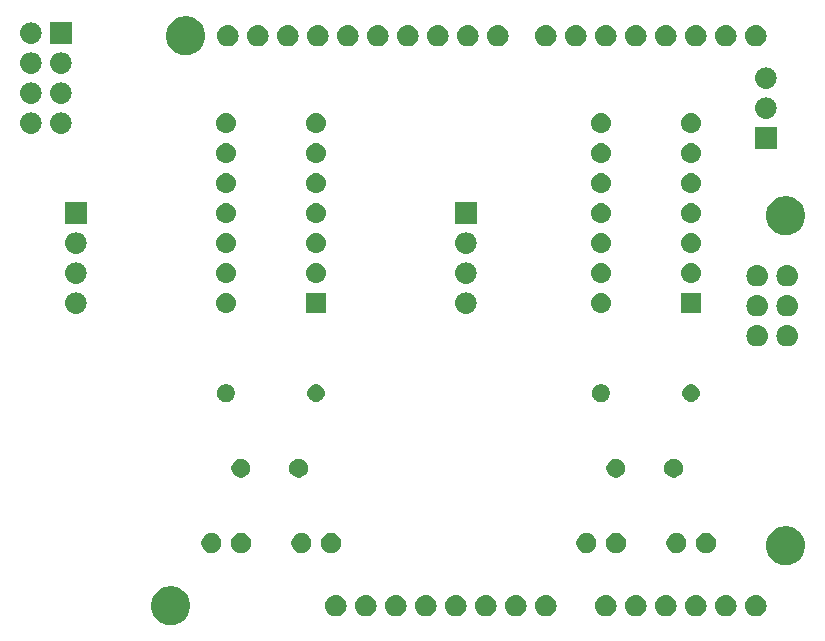
<source format=gbr>
G04 #@! TF.GenerationSoftware,KiCad,Pcbnew,(5.1.4-0-10_14)*
G04 #@! TF.CreationDate,2019-10-20T20:35:26-03:00*
G04 #@! TF.ProjectId,shield,73686965-6c64-42e6-9b69-6361645f7063,rev?*
G04 #@! TF.SameCoordinates,Original*
G04 #@! TF.FileFunction,Soldermask,Bot*
G04 #@! TF.FilePolarity,Negative*
%FSLAX46Y46*%
G04 Gerber Fmt 4.6, Leading zero omitted, Abs format (unit mm)*
G04 Created by KiCad (PCBNEW (5.1.4-0-10_14)) date 2019-10-20 20:35:26*
%MOMM*%
%LPD*%
G04 APERTURE LIST*
%ADD10C,0.100000*%
G04 APERTURE END LIST*
D10*
G36*
X126505256Y-110371298D02*
G01*
X126611579Y-110392447D01*
X126912042Y-110516903D01*
X127182451Y-110697585D01*
X127412415Y-110927549D01*
X127593097Y-111197958D01*
X127593098Y-111197960D01*
X127717553Y-111498422D01*
X127781000Y-111817389D01*
X127781000Y-112142611D01*
X127717553Y-112461578D01*
X127600512Y-112744142D01*
X127593097Y-112762042D01*
X127412415Y-113032451D01*
X127182451Y-113262415D01*
X126912042Y-113443097D01*
X126611579Y-113567553D01*
X126505256Y-113588702D01*
X126292611Y-113631000D01*
X125967389Y-113631000D01*
X125754744Y-113588702D01*
X125648421Y-113567553D01*
X125347958Y-113443097D01*
X125077549Y-113262415D01*
X124847585Y-113032451D01*
X124666903Y-112762042D01*
X124659489Y-112744142D01*
X124542447Y-112461578D01*
X124479000Y-112142611D01*
X124479000Y-111817389D01*
X124542447Y-111498422D01*
X124666902Y-111197960D01*
X124666903Y-111197958D01*
X124847585Y-110927549D01*
X125077549Y-110697585D01*
X125347958Y-110516903D01*
X125648421Y-110392447D01*
X125754744Y-110371298D01*
X125967389Y-110329000D01*
X126292611Y-110329000D01*
X126505256Y-110371298D01*
X126505256Y-110371298D01*
G37*
G36*
X173299294Y-111078633D02*
G01*
X173471695Y-111130931D01*
X173630583Y-111215858D01*
X173769849Y-111330151D01*
X173884142Y-111469417D01*
X173969069Y-111628305D01*
X174021367Y-111800706D01*
X174039025Y-111980000D01*
X174021367Y-112159294D01*
X173969069Y-112331695D01*
X173884142Y-112490583D01*
X173769849Y-112629849D01*
X173630583Y-112744142D01*
X173471695Y-112829069D01*
X173299294Y-112881367D01*
X173164931Y-112894600D01*
X173075069Y-112894600D01*
X172940706Y-112881367D01*
X172768305Y-112829069D01*
X172609417Y-112744142D01*
X172470151Y-112629849D01*
X172355858Y-112490583D01*
X172270931Y-112331695D01*
X172218633Y-112159294D01*
X172200975Y-111980000D01*
X172218633Y-111800706D01*
X172270931Y-111628305D01*
X172355858Y-111469417D01*
X172470151Y-111330151D01*
X172609417Y-111215858D01*
X172768305Y-111130931D01*
X172940706Y-111078633D01*
X173075069Y-111065400D01*
X173164931Y-111065400D01*
X173299294Y-111078633D01*
X173299294Y-111078633D01*
G37*
G36*
X170759294Y-111078633D02*
G01*
X170931695Y-111130931D01*
X171090583Y-111215858D01*
X171229849Y-111330151D01*
X171344142Y-111469417D01*
X171429069Y-111628305D01*
X171481367Y-111800706D01*
X171499025Y-111980000D01*
X171481367Y-112159294D01*
X171429069Y-112331695D01*
X171344142Y-112490583D01*
X171229849Y-112629849D01*
X171090583Y-112744142D01*
X170931695Y-112829069D01*
X170759294Y-112881367D01*
X170624931Y-112894600D01*
X170535069Y-112894600D01*
X170400706Y-112881367D01*
X170228305Y-112829069D01*
X170069417Y-112744142D01*
X169930151Y-112629849D01*
X169815858Y-112490583D01*
X169730931Y-112331695D01*
X169678633Y-112159294D01*
X169660975Y-111980000D01*
X169678633Y-111800706D01*
X169730931Y-111628305D01*
X169815858Y-111469417D01*
X169930151Y-111330151D01*
X170069417Y-111215858D01*
X170228305Y-111130931D01*
X170400706Y-111078633D01*
X170535069Y-111065400D01*
X170624931Y-111065400D01*
X170759294Y-111078633D01*
X170759294Y-111078633D01*
G37*
G36*
X168219294Y-111078633D02*
G01*
X168391695Y-111130931D01*
X168550583Y-111215858D01*
X168689849Y-111330151D01*
X168804142Y-111469417D01*
X168889069Y-111628305D01*
X168941367Y-111800706D01*
X168959025Y-111980000D01*
X168941367Y-112159294D01*
X168889069Y-112331695D01*
X168804142Y-112490583D01*
X168689849Y-112629849D01*
X168550583Y-112744142D01*
X168391695Y-112829069D01*
X168219294Y-112881367D01*
X168084931Y-112894600D01*
X167995069Y-112894600D01*
X167860706Y-112881367D01*
X167688305Y-112829069D01*
X167529417Y-112744142D01*
X167390151Y-112629849D01*
X167275858Y-112490583D01*
X167190931Y-112331695D01*
X167138633Y-112159294D01*
X167120975Y-111980000D01*
X167138633Y-111800706D01*
X167190931Y-111628305D01*
X167275858Y-111469417D01*
X167390151Y-111330151D01*
X167529417Y-111215858D01*
X167688305Y-111130931D01*
X167860706Y-111078633D01*
X167995069Y-111065400D01*
X168084931Y-111065400D01*
X168219294Y-111078633D01*
X168219294Y-111078633D01*
G37*
G36*
X165679294Y-111078633D02*
G01*
X165851695Y-111130931D01*
X166010583Y-111215858D01*
X166149849Y-111330151D01*
X166264142Y-111469417D01*
X166349069Y-111628305D01*
X166401367Y-111800706D01*
X166419025Y-111980000D01*
X166401367Y-112159294D01*
X166349069Y-112331695D01*
X166264142Y-112490583D01*
X166149849Y-112629849D01*
X166010583Y-112744142D01*
X165851695Y-112829069D01*
X165679294Y-112881367D01*
X165544931Y-112894600D01*
X165455069Y-112894600D01*
X165320706Y-112881367D01*
X165148305Y-112829069D01*
X164989417Y-112744142D01*
X164850151Y-112629849D01*
X164735858Y-112490583D01*
X164650931Y-112331695D01*
X164598633Y-112159294D01*
X164580975Y-111980000D01*
X164598633Y-111800706D01*
X164650931Y-111628305D01*
X164735858Y-111469417D01*
X164850151Y-111330151D01*
X164989417Y-111215858D01*
X165148305Y-111130931D01*
X165320706Y-111078633D01*
X165455069Y-111065400D01*
X165544931Y-111065400D01*
X165679294Y-111078633D01*
X165679294Y-111078633D01*
G37*
G36*
X163139294Y-111078633D02*
G01*
X163311695Y-111130931D01*
X163470583Y-111215858D01*
X163609849Y-111330151D01*
X163724142Y-111469417D01*
X163809069Y-111628305D01*
X163861367Y-111800706D01*
X163879025Y-111980000D01*
X163861367Y-112159294D01*
X163809069Y-112331695D01*
X163724142Y-112490583D01*
X163609849Y-112629849D01*
X163470583Y-112744142D01*
X163311695Y-112829069D01*
X163139294Y-112881367D01*
X163004931Y-112894600D01*
X162915069Y-112894600D01*
X162780706Y-112881367D01*
X162608305Y-112829069D01*
X162449417Y-112744142D01*
X162310151Y-112629849D01*
X162195858Y-112490583D01*
X162110931Y-112331695D01*
X162058633Y-112159294D01*
X162040975Y-111980000D01*
X162058633Y-111800706D01*
X162110931Y-111628305D01*
X162195858Y-111469417D01*
X162310151Y-111330151D01*
X162449417Y-111215858D01*
X162608305Y-111130931D01*
X162780706Y-111078633D01*
X162915069Y-111065400D01*
X163004931Y-111065400D01*
X163139294Y-111078633D01*
X163139294Y-111078633D01*
G37*
G36*
X158059294Y-111078633D02*
G01*
X158231695Y-111130931D01*
X158390583Y-111215858D01*
X158529849Y-111330151D01*
X158644142Y-111469417D01*
X158729069Y-111628305D01*
X158781367Y-111800706D01*
X158799025Y-111980000D01*
X158781367Y-112159294D01*
X158729069Y-112331695D01*
X158644142Y-112490583D01*
X158529849Y-112629849D01*
X158390583Y-112744142D01*
X158231695Y-112829069D01*
X158059294Y-112881367D01*
X157924931Y-112894600D01*
X157835069Y-112894600D01*
X157700706Y-112881367D01*
X157528305Y-112829069D01*
X157369417Y-112744142D01*
X157230151Y-112629849D01*
X157115858Y-112490583D01*
X157030931Y-112331695D01*
X156978633Y-112159294D01*
X156960975Y-111980000D01*
X156978633Y-111800706D01*
X157030931Y-111628305D01*
X157115858Y-111469417D01*
X157230151Y-111330151D01*
X157369417Y-111215858D01*
X157528305Y-111130931D01*
X157700706Y-111078633D01*
X157835069Y-111065400D01*
X157924931Y-111065400D01*
X158059294Y-111078633D01*
X158059294Y-111078633D01*
G37*
G36*
X155519294Y-111078633D02*
G01*
X155691695Y-111130931D01*
X155850583Y-111215858D01*
X155989849Y-111330151D01*
X156104142Y-111469417D01*
X156189069Y-111628305D01*
X156241367Y-111800706D01*
X156259025Y-111980000D01*
X156241367Y-112159294D01*
X156189069Y-112331695D01*
X156104142Y-112490583D01*
X155989849Y-112629849D01*
X155850583Y-112744142D01*
X155691695Y-112829069D01*
X155519294Y-112881367D01*
X155384931Y-112894600D01*
X155295069Y-112894600D01*
X155160706Y-112881367D01*
X154988305Y-112829069D01*
X154829417Y-112744142D01*
X154690151Y-112629849D01*
X154575858Y-112490583D01*
X154490931Y-112331695D01*
X154438633Y-112159294D01*
X154420975Y-111980000D01*
X154438633Y-111800706D01*
X154490931Y-111628305D01*
X154575858Y-111469417D01*
X154690151Y-111330151D01*
X154829417Y-111215858D01*
X154988305Y-111130931D01*
X155160706Y-111078633D01*
X155295069Y-111065400D01*
X155384931Y-111065400D01*
X155519294Y-111078633D01*
X155519294Y-111078633D01*
G37*
G36*
X152979294Y-111078633D02*
G01*
X153151695Y-111130931D01*
X153310583Y-111215858D01*
X153449849Y-111330151D01*
X153564142Y-111469417D01*
X153649069Y-111628305D01*
X153701367Y-111800706D01*
X153719025Y-111980000D01*
X153701367Y-112159294D01*
X153649069Y-112331695D01*
X153564142Y-112490583D01*
X153449849Y-112629849D01*
X153310583Y-112744142D01*
X153151695Y-112829069D01*
X152979294Y-112881367D01*
X152844931Y-112894600D01*
X152755069Y-112894600D01*
X152620706Y-112881367D01*
X152448305Y-112829069D01*
X152289417Y-112744142D01*
X152150151Y-112629849D01*
X152035858Y-112490583D01*
X151950931Y-112331695D01*
X151898633Y-112159294D01*
X151880975Y-111980000D01*
X151898633Y-111800706D01*
X151950931Y-111628305D01*
X152035858Y-111469417D01*
X152150151Y-111330151D01*
X152289417Y-111215858D01*
X152448305Y-111130931D01*
X152620706Y-111078633D01*
X152755069Y-111065400D01*
X152844931Y-111065400D01*
X152979294Y-111078633D01*
X152979294Y-111078633D01*
G37*
G36*
X150439294Y-111078633D02*
G01*
X150611695Y-111130931D01*
X150770583Y-111215858D01*
X150909849Y-111330151D01*
X151024142Y-111469417D01*
X151109069Y-111628305D01*
X151161367Y-111800706D01*
X151179025Y-111980000D01*
X151161367Y-112159294D01*
X151109069Y-112331695D01*
X151024142Y-112490583D01*
X150909849Y-112629849D01*
X150770583Y-112744142D01*
X150611695Y-112829069D01*
X150439294Y-112881367D01*
X150304931Y-112894600D01*
X150215069Y-112894600D01*
X150080706Y-112881367D01*
X149908305Y-112829069D01*
X149749417Y-112744142D01*
X149610151Y-112629849D01*
X149495858Y-112490583D01*
X149410931Y-112331695D01*
X149358633Y-112159294D01*
X149340975Y-111980000D01*
X149358633Y-111800706D01*
X149410931Y-111628305D01*
X149495858Y-111469417D01*
X149610151Y-111330151D01*
X149749417Y-111215858D01*
X149908305Y-111130931D01*
X150080706Y-111078633D01*
X150215069Y-111065400D01*
X150304931Y-111065400D01*
X150439294Y-111078633D01*
X150439294Y-111078633D01*
G37*
G36*
X147899294Y-111078633D02*
G01*
X148071695Y-111130931D01*
X148230583Y-111215858D01*
X148369849Y-111330151D01*
X148484142Y-111469417D01*
X148569069Y-111628305D01*
X148621367Y-111800706D01*
X148639025Y-111980000D01*
X148621367Y-112159294D01*
X148569069Y-112331695D01*
X148484142Y-112490583D01*
X148369849Y-112629849D01*
X148230583Y-112744142D01*
X148071695Y-112829069D01*
X147899294Y-112881367D01*
X147764931Y-112894600D01*
X147675069Y-112894600D01*
X147540706Y-112881367D01*
X147368305Y-112829069D01*
X147209417Y-112744142D01*
X147070151Y-112629849D01*
X146955858Y-112490583D01*
X146870931Y-112331695D01*
X146818633Y-112159294D01*
X146800975Y-111980000D01*
X146818633Y-111800706D01*
X146870931Y-111628305D01*
X146955858Y-111469417D01*
X147070151Y-111330151D01*
X147209417Y-111215858D01*
X147368305Y-111130931D01*
X147540706Y-111078633D01*
X147675069Y-111065400D01*
X147764931Y-111065400D01*
X147899294Y-111078633D01*
X147899294Y-111078633D01*
G37*
G36*
X145359294Y-111078633D02*
G01*
X145531695Y-111130931D01*
X145690583Y-111215858D01*
X145829849Y-111330151D01*
X145944142Y-111469417D01*
X146029069Y-111628305D01*
X146081367Y-111800706D01*
X146099025Y-111980000D01*
X146081367Y-112159294D01*
X146029069Y-112331695D01*
X145944142Y-112490583D01*
X145829849Y-112629849D01*
X145690583Y-112744142D01*
X145531695Y-112829069D01*
X145359294Y-112881367D01*
X145224931Y-112894600D01*
X145135069Y-112894600D01*
X145000706Y-112881367D01*
X144828305Y-112829069D01*
X144669417Y-112744142D01*
X144530151Y-112629849D01*
X144415858Y-112490583D01*
X144330931Y-112331695D01*
X144278633Y-112159294D01*
X144260975Y-111980000D01*
X144278633Y-111800706D01*
X144330931Y-111628305D01*
X144415858Y-111469417D01*
X144530151Y-111330151D01*
X144669417Y-111215858D01*
X144828305Y-111130931D01*
X145000706Y-111078633D01*
X145135069Y-111065400D01*
X145224931Y-111065400D01*
X145359294Y-111078633D01*
X145359294Y-111078633D01*
G37*
G36*
X142819294Y-111078633D02*
G01*
X142991695Y-111130931D01*
X143150583Y-111215858D01*
X143289849Y-111330151D01*
X143404142Y-111469417D01*
X143489069Y-111628305D01*
X143541367Y-111800706D01*
X143559025Y-111980000D01*
X143541367Y-112159294D01*
X143489069Y-112331695D01*
X143404142Y-112490583D01*
X143289849Y-112629849D01*
X143150583Y-112744142D01*
X142991695Y-112829069D01*
X142819294Y-112881367D01*
X142684931Y-112894600D01*
X142595069Y-112894600D01*
X142460706Y-112881367D01*
X142288305Y-112829069D01*
X142129417Y-112744142D01*
X141990151Y-112629849D01*
X141875858Y-112490583D01*
X141790931Y-112331695D01*
X141738633Y-112159294D01*
X141720975Y-111980000D01*
X141738633Y-111800706D01*
X141790931Y-111628305D01*
X141875858Y-111469417D01*
X141990151Y-111330151D01*
X142129417Y-111215858D01*
X142288305Y-111130931D01*
X142460706Y-111078633D01*
X142595069Y-111065400D01*
X142684931Y-111065400D01*
X142819294Y-111078633D01*
X142819294Y-111078633D01*
G37*
G36*
X140279294Y-111078633D02*
G01*
X140451695Y-111130931D01*
X140610583Y-111215858D01*
X140749849Y-111330151D01*
X140864142Y-111469417D01*
X140949069Y-111628305D01*
X141001367Y-111800706D01*
X141019025Y-111980000D01*
X141001367Y-112159294D01*
X140949069Y-112331695D01*
X140864142Y-112490583D01*
X140749849Y-112629849D01*
X140610583Y-112744142D01*
X140451695Y-112829069D01*
X140279294Y-112881367D01*
X140144931Y-112894600D01*
X140055069Y-112894600D01*
X139920706Y-112881367D01*
X139748305Y-112829069D01*
X139589417Y-112744142D01*
X139450151Y-112629849D01*
X139335858Y-112490583D01*
X139250931Y-112331695D01*
X139198633Y-112159294D01*
X139180975Y-111980000D01*
X139198633Y-111800706D01*
X139250931Y-111628305D01*
X139335858Y-111469417D01*
X139450151Y-111330151D01*
X139589417Y-111215858D01*
X139748305Y-111130931D01*
X139920706Y-111078633D01*
X140055069Y-111065400D01*
X140144931Y-111065400D01*
X140279294Y-111078633D01*
X140279294Y-111078633D01*
G37*
G36*
X175839294Y-111078633D02*
G01*
X176011695Y-111130931D01*
X176170583Y-111215858D01*
X176309849Y-111330151D01*
X176424142Y-111469417D01*
X176509069Y-111628305D01*
X176561367Y-111800706D01*
X176579025Y-111980000D01*
X176561367Y-112159294D01*
X176509069Y-112331695D01*
X176424142Y-112490583D01*
X176309849Y-112629849D01*
X176170583Y-112744142D01*
X176011695Y-112829069D01*
X175839294Y-112881367D01*
X175704931Y-112894600D01*
X175615069Y-112894600D01*
X175480706Y-112881367D01*
X175308305Y-112829069D01*
X175149417Y-112744142D01*
X175010151Y-112629849D01*
X174895858Y-112490583D01*
X174810931Y-112331695D01*
X174758633Y-112159294D01*
X174740975Y-111980000D01*
X174758633Y-111800706D01*
X174810931Y-111628305D01*
X174895858Y-111469417D01*
X175010151Y-111330151D01*
X175149417Y-111215858D01*
X175308305Y-111130931D01*
X175480706Y-111078633D01*
X175615069Y-111065400D01*
X175704931Y-111065400D01*
X175839294Y-111078633D01*
X175839294Y-111078633D01*
G37*
G36*
X178575256Y-105291298D02*
G01*
X178681579Y-105312447D01*
X178982042Y-105436903D01*
X179252451Y-105617585D01*
X179482415Y-105847549D01*
X179534736Y-105925853D01*
X179663098Y-106117960D01*
X179787553Y-106418422D01*
X179822913Y-106596185D01*
X179851000Y-106737391D01*
X179851000Y-107062609D01*
X179787553Y-107381579D01*
X179663097Y-107682042D01*
X179482415Y-107952451D01*
X179252451Y-108182415D01*
X178982042Y-108363097D01*
X178681579Y-108487553D01*
X178575256Y-108508702D01*
X178362611Y-108551000D01*
X178037389Y-108551000D01*
X177824744Y-108508702D01*
X177718421Y-108487553D01*
X177417958Y-108363097D01*
X177147549Y-108182415D01*
X176917585Y-107952451D01*
X176736903Y-107682042D01*
X176612447Y-107381579D01*
X176549000Y-107062609D01*
X176549000Y-106737391D01*
X176577088Y-106596185D01*
X176612447Y-106418422D01*
X176736902Y-106117960D01*
X176865264Y-105925853D01*
X176917585Y-105847549D01*
X177147549Y-105617585D01*
X177417958Y-105436903D01*
X177718421Y-105312447D01*
X177824744Y-105291298D01*
X178037389Y-105249000D01*
X178362611Y-105249000D01*
X178575256Y-105291298D01*
X178575256Y-105291298D01*
G37*
G36*
X129828228Y-105861703D02*
G01*
X129983100Y-105925853D01*
X130122481Y-106018985D01*
X130241015Y-106137519D01*
X130334147Y-106276900D01*
X130398297Y-106431772D01*
X130431000Y-106596184D01*
X130431000Y-106763816D01*
X130398297Y-106928228D01*
X130334147Y-107083100D01*
X130241015Y-107222481D01*
X130122481Y-107341015D01*
X129983100Y-107434147D01*
X129828228Y-107498297D01*
X129663816Y-107531000D01*
X129496184Y-107531000D01*
X129331772Y-107498297D01*
X129176900Y-107434147D01*
X129037519Y-107341015D01*
X128918985Y-107222481D01*
X128825853Y-107083100D01*
X128761703Y-106928228D01*
X128729000Y-106763816D01*
X128729000Y-106596184D01*
X128761703Y-106431772D01*
X128825853Y-106276900D01*
X128918985Y-106137519D01*
X129037519Y-106018985D01*
X129176900Y-105925853D01*
X129331772Y-105861703D01*
X129496184Y-105829000D01*
X129663816Y-105829000D01*
X129828228Y-105861703D01*
X129828228Y-105861703D01*
G37*
G36*
X132328228Y-105861703D02*
G01*
X132483100Y-105925853D01*
X132622481Y-106018985D01*
X132741015Y-106137519D01*
X132834147Y-106276900D01*
X132898297Y-106431772D01*
X132931000Y-106596184D01*
X132931000Y-106763816D01*
X132898297Y-106928228D01*
X132834147Y-107083100D01*
X132741015Y-107222481D01*
X132622481Y-107341015D01*
X132483100Y-107434147D01*
X132328228Y-107498297D01*
X132163816Y-107531000D01*
X131996184Y-107531000D01*
X131831772Y-107498297D01*
X131676900Y-107434147D01*
X131537519Y-107341015D01*
X131418985Y-107222481D01*
X131325853Y-107083100D01*
X131261703Y-106928228D01*
X131229000Y-106763816D01*
X131229000Y-106596184D01*
X131261703Y-106431772D01*
X131325853Y-106276900D01*
X131418985Y-106137519D01*
X131537519Y-106018985D01*
X131676900Y-105925853D01*
X131831772Y-105861703D01*
X131996184Y-105829000D01*
X132163816Y-105829000D01*
X132328228Y-105861703D01*
X132328228Y-105861703D01*
G37*
G36*
X137448228Y-105861703D02*
G01*
X137603100Y-105925853D01*
X137742481Y-106018985D01*
X137861015Y-106137519D01*
X137954147Y-106276900D01*
X138018297Y-106431772D01*
X138051000Y-106596184D01*
X138051000Y-106763816D01*
X138018297Y-106928228D01*
X137954147Y-107083100D01*
X137861015Y-107222481D01*
X137742481Y-107341015D01*
X137603100Y-107434147D01*
X137448228Y-107498297D01*
X137283816Y-107531000D01*
X137116184Y-107531000D01*
X136951772Y-107498297D01*
X136796900Y-107434147D01*
X136657519Y-107341015D01*
X136538985Y-107222481D01*
X136445853Y-107083100D01*
X136381703Y-106928228D01*
X136349000Y-106763816D01*
X136349000Y-106596184D01*
X136381703Y-106431772D01*
X136445853Y-106276900D01*
X136538985Y-106137519D01*
X136657519Y-106018985D01*
X136796900Y-105925853D01*
X136951772Y-105861703D01*
X137116184Y-105829000D01*
X137283816Y-105829000D01*
X137448228Y-105861703D01*
X137448228Y-105861703D01*
G37*
G36*
X139948228Y-105861703D02*
G01*
X140103100Y-105925853D01*
X140242481Y-106018985D01*
X140361015Y-106137519D01*
X140454147Y-106276900D01*
X140518297Y-106431772D01*
X140551000Y-106596184D01*
X140551000Y-106763816D01*
X140518297Y-106928228D01*
X140454147Y-107083100D01*
X140361015Y-107222481D01*
X140242481Y-107341015D01*
X140103100Y-107434147D01*
X139948228Y-107498297D01*
X139783816Y-107531000D01*
X139616184Y-107531000D01*
X139451772Y-107498297D01*
X139296900Y-107434147D01*
X139157519Y-107341015D01*
X139038985Y-107222481D01*
X138945853Y-107083100D01*
X138881703Y-106928228D01*
X138849000Y-106763816D01*
X138849000Y-106596184D01*
X138881703Y-106431772D01*
X138945853Y-106276900D01*
X139038985Y-106137519D01*
X139157519Y-106018985D01*
X139296900Y-105925853D01*
X139451772Y-105861703D01*
X139616184Y-105829000D01*
X139783816Y-105829000D01*
X139948228Y-105861703D01*
X139948228Y-105861703D01*
G37*
G36*
X161578228Y-105861703D02*
G01*
X161733100Y-105925853D01*
X161872481Y-106018985D01*
X161991015Y-106137519D01*
X162084147Y-106276900D01*
X162148297Y-106431772D01*
X162181000Y-106596184D01*
X162181000Y-106763816D01*
X162148297Y-106928228D01*
X162084147Y-107083100D01*
X161991015Y-107222481D01*
X161872481Y-107341015D01*
X161733100Y-107434147D01*
X161578228Y-107498297D01*
X161413816Y-107531000D01*
X161246184Y-107531000D01*
X161081772Y-107498297D01*
X160926900Y-107434147D01*
X160787519Y-107341015D01*
X160668985Y-107222481D01*
X160575853Y-107083100D01*
X160511703Y-106928228D01*
X160479000Y-106763816D01*
X160479000Y-106596184D01*
X160511703Y-106431772D01*
X160575853Y-106276900D01*
X160668985Y-106137519D01*
X160787519Y-106018985D01*
X160926900Y-105925853D01*
X161081772Y-105861703D01*
X161246184Y-105829000D01*
X161413816Y-105829000D01*
X161578228Y-105861703D01*
X161578228Y-105861703D01*
G37*
G36*
X164078228Y-105861703D02*
G01*
X164233100Y-105925853D01*
X164372481Y-106018985D01*
X164491015Y-106137519D01*
X164584147Y-106276900D01*
X164648297Y-106431772D01*
X164681000Y-106596184D01*
X164681000Y-106763816D01*
X164648297Y-106928228D01*
X164584147Y-107083100D01*
X164491015Y-107222481D01*
X164372481Y-107341015D01*
X164233100Y-107434147D01*
X164078228Y-107498297D01*
X163913816Y-107531000D01*
X163746184Y-107531000D01*
X163581772Y-107498297D01*
X163426900Y-107434147D01*
X163287519Y-107341015D01*
X163168985Y-107222481D01*
X163075853Y-107083100D01*
X163011703Y-106928228D01*
X162979000Y-106763816D01*
X162979000Y-106596184D01*
X163011703Y-106431772D01*
X163075853Y-106276900D01*
X163168985Y-106137519D01*
X163287519Y-106018985D01*
X163426900Y-105925853D01*
X163581772Y-105861703D01*
X163746184Y-105829000D01*
X163913816Y-105829000D01*
X164078228Y-105861703D01*
X164078228Y-105861703D01*
G37*
G36*
X169198228Y-105861703D02*
G01*
X169353100Y-105925853D01*
X169492481Y-106018985D01*
X169611015Y-106137519D01*
X169704147Y-106276900D01*
X169768297Y-106431772D01*
X169801000Y-106596184D01*
X169801000Y-106763816D01*
X169768297Y-106928228D01*
X169704147Y-107083100D01*
X169611015Y-107222481D01*
X169492481Y-107341015D01*
X169353100Y-107434147D01*
X169198228Y-107498297D01*
X169033816Y-107531000D01*
X168866184Y-107531000D01*
X168701772Y-107498297D01*
X168546900Y-107434147D01*
X168407519Y-107341015D01*
X168288985Y-107222481D01*
X168195853Y-107083100D01*
X168131703Y-106928228D01*
X168099000Y-106763816D01*
X168099000Y-106596184D01*
X168131703Y-106431772D01*
X168195853Y-106276900D01*
X168288985Y-106137519D01*
X168407519Y-106018985D01*
X168546900Y-105925853D01*
X168701772Y-105861703D01*
X168866184Y-105829000D01*
X169033816Y-105829000D01*
X169198228Y-105861703D01*
X169198228Y-105861703D01*
G37*
G36*
X171698228Y-105861703D02*
G01*
X171853100Y-105925853D01*
X171992481Y-106018985D01*
X172111015Y-106137519D01*
X172204147Y-106276900D01*
X172268297Y-106431772D01*
X172301000Y-106596184D01*
X172301000Y-106763816D01*
X172268297Y-106928228D01*
X172204147Y-107083100D01*
X172111015Y-107222481D01*
X171992481Y-107341015D01*
X171853100Y-107434147D01*
X171698228Y-107498297D01*
X171533816Y-107531000D01*
X171366184Y-107531000D01*
X171201772Y-107498297D01*
X171046900Y-107434147D01*
X170907519Y-107341015D01*
X170788985Y-107222481D01*
X170695853Y-107083100D01*
X170631703Y-106928228D01*
X170599000Y-106763816D01*
X170599000Y-106596184D01*
X170631703Y-106431772D01*
X170695853Y-106276900D01*
X170788985Y-106137519D01*
X170907519Y-106018985D01*
X171046900Y-105925853D01*
X171201772Y-105861703D01*
X171366184Y-105829000D01*
X171533816Y-105829000D01*
X171698228Y-105861703D01*
X171698228Y-105861703D01*
G37*
G36*
X164063642Y-99559781D02*
G01*
X164209414Y-99620162D01*
X164209416Y-99620163D01*
X164340608Y-99707822D01*
X164452178Y-99819392D01*
X164539837Y-99950584D01*
X164539838Y-99950586D01*
X164600219Y-100096358D01*
X164631000Y-100251107D01*
X164631000Y-100408893D01*
X164600219Y-100563642D01*
X164539838Y-100709414D01*
X164539837Y-100709416D01*
X164452178Y-100840608D01*
X164340608Y-100952178D01*
X164209416Y-101039837D01*
X164209415Y-101039838D01*
X164209414Y-101039838D01*
X164063642Y-101100219D01*
X163908893Y-101131000D01*
X163751107Y-101131000D01*
X163596358Y-101100219D01*
X163450586Y-101039838D01*
X163450585Y-101039838D01*
X163450584Y-101039837D01*
X163319392Y-100952178D01*
X163207822Y-100840608D01*
X163120163Y-100709416D01*
X163120162Y-100709414D01*
X163059781Y-100563642D01*
X163029000Y-100408893D01*
X163029000Y-100251107D01*
X163059781Y-100096358D01*
X163120162Y-99950586D01*
X163120163Y-99950584D01*
X163207822Y-99819392D01*
X163319392Y-99707822D01*
X163450584Y-99620163D01*
X163450586Y-99620162D01*
X163596358Y-99559781D01*
X163751107Y-99529000D01*
X163908893Y-99529000D01*
X164063642Y-99559781D01*
X164063642Y-99559781D01*
G37*
G36*
X132313642Y-99559781D02*
G01*
X132459414Y-99620162D01*
X132459416Y-99620163D01*
X132590608Y-99707822D01*
X132702178Y-99819392D01*
X132789837Y-99950584D01*
X132789838Y-99950586D01*
X132850219Y-100096358D01*
X132881000Y-100251107D01*
X132881000Y-100408893D01*
X132850219Y-100563642D01*
X132789838Y-100709414D01*
X132789837Y-100709416D01*
X132702178Y-100840608D01*
X132590608Y-100952178D01*
X132459416Y-101039837D01*
X132459415Y-101039838D01*
X132459414Y-101039838D01*
X132313642Y-101100219D01*
X132158893Y-101131000D01*
X132001107Y-101131000D01*
X131846358Y-101100219D01*
X131700586Y-101039838D01*
X131700585Y-101039838D01*
X131700584Y-101039837D01*
X131569392Y-100952178D01*
X131457822Y-100840608D01*
X131370163Y-100709416D01*
X131370162Y-100709414D01*
X131309781Y-100563642D01*
X131279000Y-100408893D01*
X131279000Y-100251107D01*
X131309781Y-100096358D01*
X131370162Y-99950586D01*
X131370163Y-99950584D01*
X131457822Y-99819392D01*
X131569392Y-99707822D01*
X131700584Y-99620163D01*
X131700586Y-99620162D01*
X131846358Y-99559781D01*
X132001107Y-99529000D01*
X132158893Y-99529000D01*
X132313642Y-99559781D01*
X132313642Y-99559781D01*
G37*
G36*
X137193642Y-99559781D02*
G01*
X137339414Y-99620162D01*
X137339416Y-99620163D01*
X137470608Y-99707822D01*
X137582178Y-99819392D01*
X137669837Y-99950584D01*
X137669838Y-99950586D01*
X137730219Y-100096358D01*
X137761000Y-100251107D01*
X137761000Y-100408893D01*
X137730219Y-100563642D01*
X137669838Y-100709414D01*
X137669837Y-100709416D01*
X137582178Y-100840608D01*
X137470608Y-100952178D01*
X137339416Y-101039837D01*
X137339415Y-101039838D01*
X137339414Y-101039838D01*
X137193642Y-101100219D01*
X137038893Y-101131000D01*
X136881107Y-101131000D01*
X136726358Y-101100219D01*
X136580586Y-101039838D01*
X136580585Y-101039838D01*
X136580584Y-101039837D01*
X136449392Y-100952178D01*
X136337822Y-100840608D01*
X136250163Y-100709416D01*
X136250162Y-100709414D01*
X136189781Y-100563642D01*
X136159000Y-100408893D01*
X136159000Y-100251107D01*
X136189781Y-100096358D01*
X136250162Y-99950586D01*
X136250163Y-99950584D01*
X136337822Y-99819392D01*
X136449392Y-99707822D01*
X136580584Y-99620163D01*
X136580586Y-99620162D01*
X136726358Y-99559781D01*
X136881107Y-99529000D01*
X137038893Y-99529000D01*
X137193642Y-99559781D01*
X137193642Y-99559781D01*
G37*
G36*
X168943642Y-99559781D02*
G01*
X169089414Y-99620162D01*
X169089416Y-99620163D01*
X169220608Y-99707822D01*
X169332178Y-99819392D01*
X169419837Y-99950584D01*
X169419838Y-99950586D01*
X169480219Y-100096358D01*
X169511000Y-100251107D01*
X169511000Y-100408893D01*
X169480219Y-100563642D01*
X169419838Y-100709414D01*
X169419837Y-100709416D01*
X169332178Y-100840608D01*
X169220608Y-100952178D01*
X169089416Y-101039837D01*
X169089415Y-101039838D01*
X169089414Y-101039838D01*
X168943642Y-101100219D01*
X168788893Y-101131000D01*
X168631107Y-101131000D01*
X168476358Y-101100219D01*
X168330586Y-101039838D01*
X168330585Y-101039838D01*
X168330584Y-101039837D01*
X168199392Y-100952178D01*
X168087822Y-100840608D01*
X168000163Y-100709416D01*
X168000162Y-100709414D01*
X167939781Y-100563642D01*
X167909000Y-100408893D01*
X167909000Y-100251107D01*
X167939781Y-100096358D01*
X168000162Y-99950586D01*
X168000163Y-99950584D01*
X168087822Y-99819392D01*
X168199392Y-99707822D01*
X168330584Y-99620163D01*
X168330586Y-99620162D01*
X168476358Y-99559781D01*
X168631107Y-99529000D01*
X168788893Y-99529000D01*
X168943642Y-99559781D01*
X168943642Y-99559781D01*
G37*
G36*
X138503665Y-93232622D02*
G01*
X138577222Y-93239867D01*
X138718786Y-93282810D01*
X138849252Y-93352546D01*
X138879040Y-93376992D01*
X138963607Y-93446393D01*
X139033008Y-93530960D01*
X139057454Y-93560748D01*
X139127190Y-93691214D01*
X139170133Y-93832778D01*
X139184633Y-93980000D01*
X139170133Y-94127222D01*
X139127190Y-94268786D01*
X139057454Y-94399252D01*
X139033008Y-94429040D01*
X138963607Y-94513607D01*
X138903004Y-94563341D01*
X138849252Y-94607454D01*
X138718786Y-94677190D01*
X138577222Y-94720133D01*
X138503665Y-94727378D01*
X138466888Y-94731000D01*
X138393112Y-94731000D01*
X138356335Y-94727378D01*
X138282778Y-94720133D01*
X138141214Y-94677190D01*
X138010748Y-94607454D01*
X137956996Y-94563341D01*
X137896393Y-94513607D01*
X137826992Y-94429040D01*
X137802546Y-94399252D01*
X137732810Y-94268786D01*
X137689867Y-94127222D01*
X137675367Y-93980000D01*
X137689867Y-93832778D01*
X137732810Y-93691214D01*
X137802546Y-93560748D01*
X137826992Y-93530960D01*
X137896393Y-93446393D01*
X137980960Y-93376992D01*
X138010748Y-93352546D01*
X138141214Y-93282810D01*
X138282778Y-93239867D01*
X138356335Y-93232622D01*
X138393112Y-93229000D01*
X138466888Y-93229000D01*
X138503665Y-93232622D01*
X138503665Y-93232622D01*
G37*
G36*
X162779059Y-93257860D02*
G01*
X162839294Y-93282810D01*
X162915732Y-93314472D01*
X163038735Y-93396660D01*
X163143340Y-93501265D01*
X163225528Y-93624268D01*
X163282140Y-93760941D01*
X163311000Y-93906033D01*
X163311000Y-94053967D01*
X163282140Y-94199059D01*
X163225528Y-94335732D01*
X163143340Y-94458735D01*
X163038735Y-94563340D01*
X162915732Y-94645528D01*
X162915731Y-94645529D01*
X162915730Y-94645529D01*
X162779059Y-94702140D01*
X162633968Y-94731000D01*
X162486032Y-94731000D01*
X162340941Y-94702140D01*
X162204270Y-94645529D01*
X162204269Y-94645529D01*
X162204268Y-94645528D01*
X162081265Y-94563340D01*
X161976660Y-94458735D01*
X161894472Y-94335732D01*
X161837860Y-94199059D01*
X161809000Y-94053967D01*
X161809000Y-93906033D01*
X161837860Y-93760941D01*
X161894472Y-93624268D01*
X161976660Y-93501265D01*
X162081265Y-93396660D01*
X162204268Y-93314472D01*
X162280707Y-93282810D01*
X162340941Y-93257860D01*
X162486032Y-93229000D01*
X162633968Y-93229000D01*
X162779059Y-93257860D01*
X162779059Y-93257860D01*
G37*
G36*
X170253665Y-93232622D02*
G01*
X170327222Y-93239867D01*
X170468786Y-93282810D01*
X170599252Y-93352546D01*
X170629040Y-93376992D01*
X170713607Y-93446393D01*
X170783008Y-93530960D01*
X170807454Y-93560748D01*
X170877190Y-93691214D01*
X170920133Y-93832778D01*
X170934633Y-93980000D01*
X170920133Y-94127222D01*
X170877190Y-94268786D01*
X170807454Y-94399252D01*
X170783008Y-94429040D01*
X170713607Y-94513607D01*
X170653004Y-94563341D01*
X170599252Y-94607454D01*
X170468786Y-94677190D01*
X170327222Y-94720133D01*
X170253665Y-94727378D01*
X170216888Y-94731000D01*
X170143112Y-94731000D01*
X170106335Y-94727378D01*
X170032778Y-94720133D01*
X169891214Y-94677190D01*
X169760748Y-94607454D01*
X169706996Y-94563341D01*
X169646393Y-94513607D01*
X169576992Y-94429040D01*
X169552546Y-94399252D01*
X169482810Y-94268786D01*
X169439867Y-94127222D01*
X169425367Y-93980000D01*
X169439867Y-93832778D01*
X169482810Y-93691214D01*
X169552546Y-93560748D01*
X169576992Y-93530960D01*
X169646393Y-93446393D01*
X169730960Y-93376992D01*
X169760748Y-93352546D01*
X169891214Y-93282810D01*
X170032778Y-93239867D01*
X170106335Y-93232622D01*
X170143112Y-93229000D01*
X170216888Y-93229000D01*
X170253665Y-93232622D01*
X170253665Y-93232622D01*
G37*
G36*
X131029059Y-93257860D02*
G01*
X131089294Y-93282810D01*
X131165732Y-93314472D01*
X131288735Y-93396660D01*
X131393340Y-93501265D01*
X131475528Y-93624268D01*
X131532140Y-93760941D01*
X131561000Y-93906033D01*
X131561000Y-94053967D01*
X131532140Y-94199059D01*
X131475528Y-94335732D01*
X131393340Y-94458735D01*
X131288735Y-94563340D01*
X131165732Y-94645528D01*
X131165731Y-94645529D01*
X131165730Y-94645529D01*
X131029059Y-94702140D01*
X130883968Y-94731000D01*
X130736032Y-94731000D01*
X130590941Y-94702140D01*
X130454270Y-94645529D01*
X130454269Y-94645529D01*
X130454268Y-94645528D01*
X130331265Y-94563340D01*
X130226660Y-94458735D01*
X130144472Y-94335732D01*
X130087860Y-94199059D01*
X130059000Y-94053967D01*
X130059000Y-93906033D01*
X130087860Y-93760941D01*
X130144472Y-93624268D01*
X130226660Y-93501265D01*
X130331265Y-93396660D01*
X130454268Y-93314472D01*
X130530707Y-93282810D01*
X130590941Y-93257860D01*
X130736032Y-93229000D01*
X130883968Y-93229000D01*
X131029059Y-93257860D01*
X131029059Y-93257860D01*
G37*
G36*
X175966294Y-88218633D02*
G01*
X176138695Y-88270931D01*
X176297583Y-88355858D01*
X176436849Y-88470151D01*
X176551142Y-88609417D01*
X176636069Y-88768305D01*
X176688367Y-88940706D01*
X176706025Y-89120000D01*
X176688367Y-89299294D01*
X176636069Y-89471695D01*
X176551142Y-89630583D01*
X176436849Y-89769849D01*
X176297583Y-89884142D01*
X176138695Y-89969069D01*
X175966294Y-90021367D01*
X175831931Y-90034600D01*
X175742069Y-90034600D01*
X175607706Y-90021367D01*
X175435305Y-89969069D01*
X175276417Y-89884142D01*
X175137151Y-89769849D01*
X175022858Y-89630583D01*
X174937931Y-89471695D01*
X174885633Y-89299294D01*
X174867975Y-89120000D01*
X174885633Y-88940706D01*
X174937931Y-88768305D01*
X175022858Y-88609417D01*
X175137151Y-88470151D01*
X175276417Y-88355858D01*
X175435305Y-88270931D01*
X175607706Y-88218633D01*
X175742069Y-88205400D01*
X175831931Y-88205400D01*
X175966294Y-88218633D01*
X175966294Y-88218633D01*
G37*
G36*
X178506294Y-88218633D02*
G01*
X178678695Y-88270931D01*
X178837583Y-88355858D01*
X178976849Y-88470151D01*
X179091142Y-88609417D01*
X179176069Y-88768305D01*
X179228367Y-88940706D01*
X179246025Y-89120000D01*
X179228367Y-89299294D01*
X179176069Y-89471695D01*
X179091142Y-89630583D01*
X178976849Y-89769849D01*
X178837583Y-89884142D01*
X178678695Y-89969069D01*
X178506294Y-90021367D01*
X178371931Y-90034600D01*
X178282069Y-90034600D01*
X178147706Y-90021367D01*
X177975305Y-89969069D01*
X177816417Y-89884142D01*
X177677151Y-89769849D01*
X177562858Y-89630583D01*
X177477931Y-89471695D01*
X177425633Y-89299294D01*
X177407975Y-89120000D01*
X177425633Y-88940706D01*
X177477931Y-88768305D01*
X177562858Y-88609417D01*
X177677151Y-88470151D01*
X177816417Y-88355858D01*
X177975305Y-88270931D01*
X178147706Y-88218633D01*
X178282069Y-88205400D01*
X178371931Y-88205400D01*
X178506294Y-88218633D01*
X178506294Y-88218633D01*
G37*
G36*
X178506294Y-85678633D02*
G01*
X178678695Y-85730931D01*
X178837583Y-85815858D01*
X178976849Y-85930151D01*
X179091142Y-86069417D01*
X179176069Y-86228305D01*
X179228367Y-86400706D01*
X179246025Y-86580000D01*
X179228367Y-86759294D01*
X179176069Y-86931695D01*
X179091142Y-87090583D01*
X178976849Y-87229849D01*
X178837583Y-87344142D01*
X178678695Y-87429069D01*
X178506294Y-87481367D01*
X178371931Y-87494600D01*
X178282069Y-87494600D01*
X178147706Y-87481367D01*
X177975305Y-87429069D01*
X177816417Y-87344142D01*
X177677151Y-87229849D01*
X177562858Y-87090583D01*
X177477931Y-86931695D01*
X177425633Y-86759294D01*
X177407975Y-86580000D01*
X177425633Y-86400706D01*
X177477931Y-86228305D01*
X177562858Y-86069417D01*
X177677151Y-85930151D01*
X177816417Y-85815858D01*
X177975305Y-85730931D01*
X178147706Y-85678633D01*
X178282069Y-85665400D01*
X178371931Y-85665400D01*
X178506294Y-85678633D01*
X178506294Y-85678633D01*
G37*
G36*
X175966294Y-85678633D02*
G01*
X176138695Y-85730931D01*
X176297583Y-85815858D01*
X176436849Y-85930151D01*
X176551142Y-86069417D01*
X176636069Y-86228305D01*
X176688367Y-86400706D01*
X176706025Y-86580000D01*
X176688367Y-86759294D01*
X176636069Y-86931695D01*
X176551142Y-87090583D01*
X176436849Y-87229849D01*
X176297583Y-87344142D01*
X176138695Y-87429069D01*
X175966294Y-87481367D01*
X175831931Y-87494600D01*
X175742069Y-87494600D01*
X175607706Y-87481367D01*
X175435305Y-87429069D01*
X175276417Y-87344142D01*
X175137151Y-87229849D01*
X175022858Y-87090583D01*
X174937931Y-86931695D01*
X174885633Y-86759294D01*
X174867975Y-86580000D01*
X174885633Y-86400706D01*
X174937931Y-86228305D01*
X175022858Y-86069417D01*
X175137151Y-85930151D01*
X175276417Y-85815858D01*
X175435305Y-85730931D01*
X175607706Y-85678633D01*
X175742069Y-85665400D01*
X175831931Y-85665400D01*
X175966294Y-85678633D01*
X175966294Y-85678633D01*
G37*
G36*
X151240442Y-85465518D02*
G01*
X151306627Y-85472037D01*
X151476466Y-85523557D01*
X151632991Y-85607222D01*
X151668729Y-85636552D01*
X151770186Y-85719814D01*
X151849006Y-85815858D01*
X151882778Y-85857009D01*
X151966443Y-86013534D01*
X152017963Y-86183373D01*
X152035359Y-86360000D01*
X152017963Y-86536627D01*
X151966443Y-86706466D01*
X151882778Y-86862991D01*
X151853448Y-86898729D01*
X151770186Y-87000186D01*
X151668729Y-87083448D01*
X151632991Y-87112778D01*
X151476466Y-87196443D01*
X151306627Y-87247963D01*
X151240442Y-87254482D01*
X151174260Y-87261000D01*
X151085740Y-87261000D01*
X151019558Y-87254482D01*
X150953373Y-87247963D01*
X150783534Y-87196443D01*
X150627009Y-87112778D01*
X150591271Y-87083448D01*
X150489814Y-87000186D01*
X150406552Y-86898729D01*
X150377222Y-86862991D01*
X150293557Y-86706466D01*
X150242037Y-86536627D01*
X150224641Y-86360000D01*
X150242037Y-86183373D01*
X150293557Y-86013534D01*
X150377222Y-85857009D01*
X150410994Y-85815858D01*
X150489814Y-85719814D01*
X150591271Y-85636552D01*
X150627009Y-85607222D01*
X150783534Y-85523557D01*
X150953373Y-85472037D01*
X151019558Y-85465518D01*
X151085740Y-85459000D01*
X151174260Y-85459000D01*
X151240442Y-85465518D01*
X151240442Y-85465518D01*
G37*
G36*
X118220442Y-85465518D02*
G01*
X118286627Y-85472037D01*
X118456466Y-85523557D01*
X118612991Y-85607222D01*
X118648729Y-85636552D01*
X118750186Y-85719814D01*
X118829006Y-85815858D01*
X118862778Y-85857009D01*
X118946443Y-86013534D01*
X118997963Y-86183373D01*
X119015359Y-86360000D01*
X118997963Y-86536627D01*
X118946443Y-86706466D01*
X118862778Y-86862991D01*
X118833448Y-86898729D01*
X118750186Y-87000186D01*
X118648729Y-87083448D01*
X118612991Y-87112778D01*
X118456466Y-87196443D01*
X118286627Y-87247963D01*
X118220442Y-87254482D01*
X118154260Y-87261000D01*
X118065740Y-87261000D01*
X117999558Y-87254482D01*
X117933373Y-87247963D01*
X117763534Y-87196443D01*
X117607009Y-87112778D01*
X117571271Y-87083448D01*
X117469814Y-87000186D01*
X117386552Y-86898729D01*
X117357222Y-86862991D01*
X117273557Y-86706466D01*
X117222037Y-86536627D01*
X117204641Y-86360000D01*
X117222037Y-86183373D01*
X117273557Y-86013534D01*
X117357222Y-85857009D01*
X117390994Y-85815858D01*
X117469814Y-85719814D01*
X117571271Y-85636552D01*
X117607009Y-85607222D01*
X117763534Y-85523557D01*
X117933373Y-85472037D01*
X117999558Y-85465518D01*
X118065740Y-85459000D01*
X118154260Y-85459000D01*
X118220442Y-85465518D01*
X118220442Y-85465518D01*
G37*
G36*
X162726823Y-85521313D02*
G01*
X162887242Y-85569976D01*
X162956922Y-85607221D01*
X163035078Y-85648996D01*
X163164659Y-85755341D01*
X163271004Y-85884922D01*
X163271005Y-85884924D01*
X163350024Y-86032758D01*
X163398687Y-86193177D01*
X163415117Y-86360000D01*
X163398687Y-86526823D01*
X163350024Y-86687242D01*
X163339747Y-86706468D01*
X163271004Y-86835078D01*
X163164659Y-86964659D01*
X163035078Y-87071004D01*
X163035076Y-87071005D01*
X162887242Y-87150024D01*
X162726823Y-87198687D01*
X162601804Y-87211000D01*
X162518196Y-87211000D01*
X162393177Y-87198687D01*
X162232758Y-87150024D01*
X162084924Y-87071005D01*
X162084922Y-87071004D01*
X161955341Y-86964659D01*
X161848996Y-86835078D01*
X161780253Y-86706468D01*
X161769976Y-86687242D01*
X161721313Y-86526823D01*
X161704883Y-86360000D01*
X161721313Y-86193177D01*
X161769976Y-86032758D01*
X161848995Y-85884924D01*
X161848996Y-85884922D01*
X161955341Y-85755341D01*
X162084922Y-85648996D01*
X162163078Y-85607221D01*
X162232758Y-85569976D01*
X162393177Y-85521313D01*
X162518196Y-85509000D01*
X162601804Y-85509000D01*
X162726823Y-85521313D01*
X162726823Y-85521313D01*
G37*
G36*
X171031000Y-87211000D02*
G01*
X169329000Y-87211000D01*
X169329000Y-85509000D01*
X171031000Y-85509000D01*
X171031000Y-87211000D01*
X171031000Y-87211000D01*
G37*
G36*
X139281000Y-87211000D02*
G01*
X137579000Y-87211000D01*
X137579000Y-85509000D01*
X139281000Y-85509000D01*
X139281000Y-87211000D01*
X139281000Y-87211000D01*
G37*
G36*
X130976823Y-85521313D02*
G01*
X131137242Y-85569976D01*
X131206922Y-85607221D01*
X131285078Y-85648996D01*
X131414659Y-85755341D01*
X131521004Y-85884922D01*
X131521005Y-85884924D01*
X131600024Y-86032758D01*
X131648687Y-86193177D01*
X131665117Y-86360000D01*
X131648687Y-86526823D01*
X131600024Y-86687242D01*
X131589747Y-86706468D01*
X131521004Y-86835078D01*
X131414659Y-86964659D01*
X131285078Y-87071004D01*
X131285076Y-87071005D01*
X131137242Y-87150024D01*
X130976823Y-87198687D01*
X130851804Y-87211000D01*
X130768196Y-87211000D01*
X130643177Y-87198687D01*
X130482758Y-87150024D01*
X130334924Y-87071005D01*
X130334922Y-87071004D01*
X130205341Y-86964659D01*
X130098996Y-86835078D01*
X130030253Y-86706468D01*
X130019976Y-86687242D01*
X129971313Y-86526823D01*
X129954883Y-86360000D01*
X129971313Y-86193177D01*
X130019976Y-86032758D01*
X130098995Y-85884924D01*
X130098996Y-85884922D01*
X130205341Y-85755341D01*
X130334922Y-85648996D01*
X130413078Y-85607221D01*
X130482758Y-85569976D01*
X130643177Y-85521313D01*
X130768196Y-85509000D01*
X130851804Y-85509000D01*
X130976823Y-85521313D01*
X130976823Y-85521313D01*
G37*
G36*
X178506294Y-83138633D02*
G01*
X178678695Y-83190931D01*
X178837583Y-83275858D01*
X178976849Y-83390151D01*
X179091142Y-83529417D01*
X179176069Y-83688305D01*
X179228367Y-83860706D01*
X179246025Y-84040000D01*
X179228367Y-84219294D01*
X179176069Y-84391695D01*
X179091142Y-84550583D01*
X178976849Y-84689849D01*
X178837583Y-84804142D01*
X178678695Y-84889069D01*
X178506294Y-84941367D01*
X178371931Y-84954600D01*
X178282069Y-84954600D01*
X178147706Y-84941367D01*
X177975305Y-84889069D01*
X177816417Y-84804142D01*
X177677151Y-84689849D01*
X177562858Y-84550583D01*
X177477931Y-84391695D01*
X177425633Y-84219294D01*
X177407975Y-84040000D01*
X177425633Y-83860706D01*
X177477931Y-83688305D01*
X177562858Y-83529417D01*
X177677151Y-83390151D01*
X177816417Y-83275858D01*
X177975305Y-83190931D01*
X178147706Y-83138633D01*
X178282069Y-83125400D01*
X178371931Y-83125400D01*
X178506294Y-83138633D01*
X178506294Y-83138633D01*
G37*
G36*
X175966294Y-83138633D02*
G01*
X176138695Y-83190931D01*
X176297583Y-83275858D01*
X176436849Y-83390151D01*
X176551142Y-83529417D01*
X176636069Y-83688305D01*
X176688367Y-83860706D01*
X176706025Y-84040000D01*
X176688367Y-84219294D01*
X176636069Y-84391695D01*
X176551142Y-84550583D01*
X176436849Y-84689849D01*
X176297583Y-84804142D01*
X176138695Y-84889069D01*
X175966294Y-84941367D01*
X175831931Y-84954600D01*
X175742069Y-84954600D01*
X175607706Y-84941367D01*
X175435305Y-84889069D01*
X175276417Y-84804142D01*
X175137151Y-84689849D01*
X175022858Y-84550583D01*
X174937931Y-84391695D01*
X174885633Y-84219294D01*
X174867975Y-84040000D01*
X174885633Y-83860706D01*
X174937931Y-83688305D01*
X175022858Y-83529417D01*
X175137151Y-83390151D01*
X175276417Y-83275858D01*
X175435305Y-83190931D01*
X175607706Y-83138633D01*
X175742069Y-83125400D01*
X175831931Y-83125400D01*
X175966294Y-83138633D01*
X175966294Y-83138633D01*
G37*
G36*
X151240443Y-82925519D02*
G01*
X151306627Y-82932037D01*
X151476466Y-82983557D01*
X151632991Y-83067222D01*
X151668729Y-83096552D01*
X151770186Y-83179814D01*
X151849006Y-83275858D01*
X151882778Y-83317009D01*
X151966443Y-83473534D01*
X152017963Y-83643373D01*
X152035359Y-83820000D01*
X152017963Y-83996627D01*
X151966443Y-84166466D01*
X151882778Y-84322991D01*
X151853448Y-84358729D01*
X151770186Y-84460186D01*
X151668729Y-84543448D01*
X151632991Y-84572778D01*
X151476466Y-84656443D01*
X151306627Y-84707963D01*
X151240443Y-84714481D01*
X151174260Y-84721000D01*
X151085740Y-84721000D01*
X151019557Y-84714481D01*
X150953373Y-84707963D01*
X150783534Y-84656443D01*
X150627009Y-84572778D01*
X150591271Y-84543448D01*
X150489814Y-84460186D01*
X150406552Y-84358729D01*
X150377222Y-84322991D01*
X150293557Y-84166466D01*
X150242037Y-83996627D01*
X150224641Y-83820000D01*
X150242037Y-83643373D01*
X150293557Y-83473534D01*
X150377222Y-83317009D01*
X150410994Y-83275858D01*
X150489814Y-83179814D01*
X150591271Y-83096552D01*
X150627009Y-83067222D01*
X150783534Y-82983557D01*
X150953373Y-82932037D01*
X151019557Y-82925519D01*
X151085740Y-82919000D01*
X151174260Y-82919000D01*
X151240443Y-82925519D01*
X151240443Y-82925519D01*
G37*
G36*
X118220443Y-82925519D02*
G01*
X118286627Y-82932037D01*
X118456466Y-82983557D01*
X118612991Y-83067222D01*
X118648729Y-83096552D01*
X118750186Y-83179814D01*
X118829006Y-83275858D01*
X118862778Y-83317009D01*
X118946443Y-83473534D01*
X118997963Y-83643373D01*
X119015359Y-83820000D01*
X118997963Y-83996627D01*
X118946443Y-84166466D01*
X118862778Y-84322991D01*
X118833448Y-84358729D01*
X118750186Y-84460186D01*
X118648729Y-84543448D01*
X118612991Y-84572778D01*
X118456466Y-84656443D01*
X118286627Y-84707963D01*
X118220443Y-84714481D01*
X118154260Y-84721000D01*
X118065740Y-84721000D01*
X117999557Y-84714481D01*
X117933373Y-84707963D01*
X117763534Y-84656443D01*
X117607009Y-84572778D01*
X117571271Y-84543448D01*
X117469814Y-84460186D01*
X117386552Y-84358729D01*
X117357222Y-84322991D01*
X117273557Y-84166466D01*
X117222037Y-83996627D01*
X117204641Y-83820000D01*
X117222037Y-83643373D01*
X117273557Y-83473534D01*
X117357222Y-83317009D01*
X117390994Y-83275858D01*
X117469814Y-83179814D01*
X117571271Y-83096552D01*
X117607009Y-83067222D01*
X117763534Y-82983557D01*
X117933373Y-82932037D01*
X117999557Y-82925519D01*
X118065740Y-82919000D01*
X118154260Y-82919000D01*
X118220443Y-82925519D01*
X118220443Y-82925519D01*
G37*
G36*
X162726823Y-82981313D02*
G01*
X162887242Y-83029976D01*
X162956922Y-83067221D01*
X163035078Y-83108996D01*
X163164659Y-83215341D01*
X163271004Y-83344922D01*
X163271005Y-83344924D01*
X163350024Y-83492758D01*
X163398687Y-83653177D01*
X163415117Y-83820000D01*
X163398687Y-83986823D01*
X163350024Y-84147242D01*
X163339747Y-84166468D01*
X163271004Y-84295078D01*
X163164659Y-84424659D01*
X163035078Y-84531004D01*
X163035076Y-84531005D01*
X162887242Y-84610024D01*
X162726823Y-84658687D01*
X162601804Y-84671000D01*
X162518196Y-84671000D01*
X162393177Y-84658687D01*
X162232758Y-84610024D01*
X162084924Y-84531005D01*
X162084922Y-84531004D01*
X161955341Y-84424659D01*
X161848996Y-84295078D01*
X161780253Y-84166468D01*
X161769976Y-84147242D01*
X161721313Y-83986823D01*
X161704883Y-83820000D01*
X161721313Y-83653177D01*
X161769976Y-83492758D01*
X161848995Y-83344924D01*
X161848996Y-83344922D01*
X161955341Y-83215341D01*
X162084922Y-83108996D01*
X162163078Y-83067221D01*
X162232758Y-83029976D01*
X162393177Y-82981313D01*
X162518196Y-82969000D01*
X162601804Y-82969000D01*
X162726823Y-82981313D01*
X162726823Y-82981313D01*
G37*
G36*
X130976823Y-82981313D02*
G01*
X131137242Y-83029976D01*
X131206922Y-83067221D01*
X131285078Y-83108996D01*
X131414659Y-83215341D01*
X131521004Y-83344922D01*
X131521005Y-83344924D01*
X131600024Y-83492758D01*
X131648687Y-83653177D01*
X131665117Y-83820000D01*
X131648687Y-83986823D01*
X131600024Y-84147242D01*
X131589747Y-84166468D01*
X131521004Y-84295078D01*
X131414659Y-84424659D01*
X131285078Y-84531004D01*
X131285076Y-84531005D01*
X131137242Y-84610024D01*
X130976823Y-84658687D01*
X130851804Y-84671000D01*
X130768196Y-84671000D01*
X130643177Y-84658687D01*
X130482758Y-84610024D01*
X130334924Y-84531005D01*
X130334922Y-84531004D01*
X130205341Y-84424659D01*
X130098996Y-84295078D01*
X130030253Y-84166468D01*
X130019976Y-84147242D01*
X129971313Y-83986823D01*
X129954883Y-83820000D01*
X129971313Y-83653177D01*
X130019976Y-83492758D01*
X130098995Y-83344924D01*
X130098996Y-83344922D01*
X130205341Y-83215341D01*
X130334922Y-83108996D01*
X130413078Y-83067221D01*
X130482758Y-83029976D01*
X130643177Y-82981313D01*
X130768196Y-82969000D01*
X130851804Y-82969000D01*
X130976823Y-82981313D01*
X130976823Y-82981313D01*
G37*
G36*
X138596823Y-82981313D02*
G01*
X138757242Y-83029976D01*
X138826922Y-83067221D01*
X138905078Y-83108996D01*
X139034659Y-83215341D01*
X139141004Y-83344922D01*
X139141005Y-83344924D01*
X139220024Y-83492758D01*
X139268687Y-83653177D01*
X139285117Y-83820000D01*
X139268687Y-83986823D01*
X139220024Y-84147242D01*
X139209747Y-84166468D01*
X139141004Y-84295078D01*
X139034659Y-84424659D01*
X138905078Y-84531004D01*
X138905076Y-84531005D01*
X138757242Y-84610024D01*
X138596823Y-84658687D01*
X138471804Y-84671000D01*
X138388196Y-84671000D01*
X138263177Y-84658687D01*
X138102758Y-84610024D01*
X137954924Y-84531005D01*
X137954922Y-84531004D01*
X137825341Y-84424659D01*
X137718996Y-84295078D01*
X137650253Y-84166468D01*
X137639976Y-84147242D01*
X137591313Y-83986823D01*
X137574883Y-83820000D01*
X137591313Y-83653177D01*
X137639976Y-83492758D01*
X137718995Y-83344924D01*
X137718996Y-83344922D01*
X137825341Y-83215341D01*
X137954922Y-83108996D01*
X138033078Y-83067221D01*
X138102758Y-83029976D01*
X138263177Y-82981313D01*
X138388196Y-82969000D01*
X138471804Y-82969000D01*
X138596823Y-82981313D01*
X138596823Y-82981313D01*
G37*
G36*
X170346823Y-82981313D02*
G01*
X170507242Y-83029976D01*
X170576922Y-83067221D01*
X170655078Y-83108996D01*
X170784659Y-83215341D01*
X170891004Y-83344922D01*
X170891005Y-83344924D01*
X170970024Y-83492758D01*
X171018687Y-83653177D01*
X171035117Y-83820000D01*
X171018687Y-83986823D01*
X170970024Y-84147242D01*
X170959747Y-84166468D01*
X170891004Y-84295078D01*
X170784659Y-84424659D01*
X170655078Y-84531004D01*
X170655076Y-84531005D01*
X170507242Y-84610024D01*
X170346823Y-84658687D01*
X170221804Y-84671000D01*
X170138196Y-84671000D01*
X170013177Y-84658687D01*
X169852758Y-84610024D01*
X169704924Y-84531005D01*
X169704922Y-84531004D01*
X169575341Y-84424659D01*
X169468996Y-84295078D01*
X169400253Y-84166468D01*
X169389976Y-84147242D01*
X169341313Y-83986823D01*
X169324883Y-83820000D01*
X169341313Y-83653177D01*
X169389976Y-83492758D01*
X169468995Y-83344924D01*
X169468996Y-83344922D01*
X169575341Y-83215341D01*
X169704922Y-83108996D01*
X169783078Y-83067221D01*
X169852758Y-83029976D01*
X170013177Y-82981313D01*
X170138196Y-82969000D01*
X170221804Y-82969000D01*
X170346823Y-82981313D01*
X170346823Y-82981313D01*
G37*
G36*
X118220442Y-80385518D02*
G01*
X118286627Y-80392037D01*
X118456466Y-80443557D01*
X118612991Y-80527222D01*
X118637764Y-80547553D01*
X118750186Y-80639814D01*
X118833448Y-80741271D01*
X118862778Y-80777009D01*
X118946443Y-80933534D01*
X118997963Y-81103373D01*
X119015359Y-81280000D01*
X118997963Y-81456627D01*
X118946443Y-81626466D01*
X118862778Y-81782991D01*
X118833448Y-81818729D01*
X118750186Y-81920186D01*
X118648729Y-82003448D01*
X118612991Y-82032778D01*
X118456466Y-82116443D01*
X118286627Y-82167963D01*
X118220443Y-82174481D01*
X118154260Y-82181000D01*
X118065740Y-82181000D01*
X117999557Y-82174481D01*
X117933373Y-82167963D01*
X117763534Y-82116443D01*
X117607009Y-82032778D01*
X117571271Y-82003448D01*
X117469814Y-81920186D01*
X117386552Y-81818729D01*
X117357222Y-81782991D01*
X117273557Y-81626466D01*
X117222037Y-81456627D01*
X117204641Y-81280000D01*
X117222037Y-81103373D01*
X117273557Y-80933534D01*
X117357222Y-80777009D01*
X117386552Y-80741271D01*
X117469814Y-80639814D01*
X117582236Y-80547553D01*
X117607009Y-80527222D01*
X117763534Y-80443557D01*
X117933373Y-80392037D01*
X117999558Y-80385518D01*
X118065740Y-80379000D01*
X118154260Y-80379000D01*
X118220442Y-80385518D01*
X118220442Y-80385518D01*
G37*
G36*
X151240442Y-80385518D02*
G01*
X151306627Y-80392037D01*
X151476466Y-80443557D01*
X151632991Y-80527222D01*
X151657764Y-80547553D01*
X151770186Y-80639814D01*
X151853448Y-80741271D01*
X151882778Y-80777009D01*
X151966443Y-80933534D01*
X152017963Y-81103373D01*
X152035359Y-81280000D01*
X152017963Y-81456627D01*
X151966443Y-81626466D01*
X151882778Y-81782991D01*
X151853448Y-81818729D01*
X151770186Y-81920186D01*
X151668729Y-82003448D01*
X151632991Y-82032778D01*
X151476466Y-82116443D01*
X151306627Y-82167963D01*
X151240443Y-82174481D01*
X151174260Y-82181000D01*
X151085740Y-82181000D01*
X151019557Y-82174481D01*
X150953373Y-82167963D01*
X150783534Y-82116443D01*
X150627009Y-82032778D01*
X150591271Y-82003448D01*
X150489814Y-81920186D01*
X150406552Y-81818729D01*
X150377222Y-81782991D01*
X150293557Y-81626466D01*
X150242037Y-81456627D01*
X150224641Y-81280000D01*
X150242037Y-81103373D01*
X150293557Y-80933534D01*
X150377222Y-80777009D01*
X150406552Y-80741271D01*
X150489814Y-80639814D01*
X150602236Y-80547553D01*
X150627009Y-80527222D01*
X150783534Y-80443557D01*
X150953373Y-80392037D01*
X151019558Y-80385518D01*
X151085740Y-80379000D01*
X151174260Y-80379000D01*
X151240442Y-80385518D01*
X151240442Y-80385518D01*
G37*
G36*
X130976823Y-80441313D02*
G01*
X131137242Y-80489976D01*
X131206922Y-80527221D01*
X131285078Y-80568996D01*
X131414659Y-80675341D01*
X131521004Y-80804922D01*
X131521005Y-80804924D01*
X131600024Y-80952758D01*
X131648687Y-81113177D01*
X131665117Y-81280000D01*
X131648687Y-81446823D01*
X131600024Y-81607242D01*
X131589747Y-81626468D01*
X131521004Y-81755078D01*
X131414659Y-81884659D01*
X131285078Y-81991004D01*
X131285076Y-81991005D01*
X131137242Y-82070024D01*
X130976823Y-82118687D01*
X130851804Y-82131000D01*
X130768196Y-82131000D01*
X130643177Y-82118687D01*
X130482758Y-82070024D01*
X130334924Y-81991005D01*
X130334922Y-81991004D01*
X130205341Y-81884659D01*
X130098996Y-81755078D01*
X130030253Y-81626468D01*
X130019976Y-81607242D01*
X129971313Y-81446823D01*
X129954883Y-81280000D01*
X129971313Y-81113177D01*
X130019976Y-80952758D01*
X130098995Y-80804924D01*
X130098996Y-80804922D01*
X130205341Y-80675341D01*
X130334922Y-80568996D01*
X130413078Y-80527221D01*
X130482758Y-80489976D01*
X130643177Y-80441313D01*
X130768196Y-80429000D01*
X130851804Y-80429000D01*
X130976823Y-80441313D01*
X130976823Y-80441313D01*
G37*
G36*
X138596823Y-80441313D02*
G01*
X138757242Y-80489976D01*
X138826922Y-80527221D01*
X138905078Y-80568996D01*
X139034659Y-80675341D01*
X139141004Y-80804922D01*
X139141005Y-80804924D01*
X139220024Y-80952758D01*
X139268687Y-81113177D01*
X139285117Y-81280000D01*
X139268687Y-81446823D01*
X139220024Y-81607242D01*
X139209747Y-81626468D01*
X139141004Y-81755078D01*
X139034659Y-81884659D01*
X138905078Y-81991004D01*
X138905076Y-81991005D01*
X138757242Y-82070024D01*
X138596823Y-82118687D01*
X138471804Y-82131000D01*
X138388196Y-82131000D01*
X138263177Y-82118687D01*
X138102758Y-82070024D01*
X137954924Y-81991005D01*
X137954922Y-81991004D01*
X137825341Y-81884659D01*
X137718996Y-81755078D01*
X137650253Y-81626468D01*
X137639976Y-81607242D01*
X137591313Y-81446823D01*
X137574883Y-81280000D01*
X137591313Y-81113177D01*
X137639976Y-80952758D01*
X137718995Y-80804924D01*
X137718996Y-80804922D01*
X137825341Y-80675341D01*
X137954922Y-80568996D01*
X138033078Y-80527221D01*
X138102758Y-80489976D01*
X138263177Y-80441313D01*
X138388196Y-80429000D01*
X138471804Y-80429000D01*
X138596823Y-80441313D01*
X138596823Y-80441313D01*
G37*
G36*
X170346823Y-80441313D02*
G01*
X170507242Y-80489976D01*
X170576922Y-80527221D01*
X170655078Y-80568996D01*
X170784659Y-80675341D01*
X170891004Y-80804922D01*
X170891005Y-80804924D01*
X170970024Y-80952758D01*
X171018687Y-81113177D01*
X171035117Y-81280000D01*
X171018687Y-81446823D01*
X170970024Y-81607242D01*
X170959747Y-81626468D01*
X170891004Y-81755078D01*
X170784659Y-81884659D01*
X170655078Y-81991004D01*
X170655076Y-81991005D01*
X170507242Y-82070024D01*
X170346823Y-82118687D01*
X170221804Y-82131000D01*
X170138196Y-82131000D01*
X170013177Y-82118687D01*
X169852758Y-82070024D01*
X169704924Y-81991005D01*
X169704922Y-81991004D01*
X169575341Y-81884659D01*
X169468996Y-81755078D01*
X169400253Y-81626468D01*
X169389976Y-81607242D01*
X169341313Y-81446823D01*
X169324883Y-81280000D01*
X169341313Y-81113177D01*
X169389976Y-80952758D01*
X169468995Y-80804924D01*
X169468996Y-80804922D01*
X169575341Y-80675341D01*
X169704922Y-80568996D01*
X169783078Y-80527221D01*
X169852758Y-80489976D01*
X170013177Y-80441313D01*
X170138196Y-80429000D01*
X170221804Y-80429000D01*
X170346823Y-80441313D01*
X170346823Y-80441313D01*
G37*
G36*
X162726823Y-80441313D02*
G01*
X162887242Y-80489976D01*
X162956922Y-80527221D01*
X163035078Y-80568996D01*
X163164659Y-80675341D01*
X163271004Y-80804922D01*
X163271005Y-80804924D01*
X163350024Y-80952758D01*
X163398687Y-81113177D01*
X163415117Y-81280000D01*
X163398687Y-81446823D01*
X163350024Y-81607242D01*
X163339747Y-81626468D01*
X163271004Y-81755078D01*
X163164659Y-81884659D01*
X163035078Y-81991004D01*
X163035076Y-81991005D01*
X162887242Y-82070024D01*
X162726823Y-82118687D01*
X162601804Y-82131000D01*
X162518196Y-82131000D01*
X162393177Y-82118687D01*
X162232758Y-82070024D01*
X162084924Y-81991005D01*
X162084922Y-81991004D01*
X161955341Y-81884659D01*
X161848996Y-81755078D01*
X161780253Y-81626468D01*
X161769976Y-81607242D01*
X161721313Y-81446823D01*
X161704883Y-81280000D01*
X161721313Y-81113177D01*
X161769976Y-80952758D01*
X161848995Y-80804924D01*
X161848996Y-80804922D01*
X161955341Y-80675341D01*
X162084922Y-80568996D01*
X162163078Y-80527221D01*
X162232758Y-80489976D01*
X162393177Y-80441313D01*
X162518196Y-80429000D01*
X162601804Y-80429000D01*
X162726823Y-80441313D01*
X162726823Y-80441313D01*
G37*
G36*
X178575256Y-77351298D02*
G01*
X178681579Y-77372447D01*
X178982042Y-77496903D01*
X179252451Y-77677585D01*
X179482415Y-77907549D01*
X179663097Y-78177958D01*
X179760356Y-78412761D01*
X179787553Y-78478422D01*
X179839585Y-78740000D01*
X179851000Y-78797391D01*
X179851000Y-79122609D01*
X179787553Y-79441579D01*
X179663097Y-79742042D01*
X179482415Y-80012451D01*
X179252451Y-80242415D01*
X178982042Y-80423097D01*
X178982041Y-80423098D01*
X178982040Y-80423098D01*
X178932647Y-80443557D01*
X178681579Y-80547553D01*
X178575256Y-80568702D01*
X178362611Y-80611000D01*
X178037389Y-80611000D01*
X177824744Y-80568702D01*
X177718421Y-80547553D01*
X177467353Y-80443557D01*
X177417960Y-80423098D01*
X177417959Y-80423098D01*
X177417958Y-80423097D01*
X177147549Y-80242415D01*
X176917585Y-80012451D01*
X176736903Y-79742042D01*
X176612447Y-79441579D01*
X176549000Y-79122609D01*
X176549000Y-78797391D01*
X176560416Y-78740000D01*
X176612447Y-78478422D01*
X176639645Y-78412761D01*
X176736903Y-78177958D01*
X176917585Y-77907549D01*
X177147549Y-77677585D01*
X177417958Y-77496903D01*
X177718421Y-77372447D01*
X177824744Y-77351298D01*
X178037389Y-77309000D01*
X178362611Y-77309000D01*
X178575256Y-77351298D01*
X178575256Y-77351298D01*
G37*
G36*
X119011000Y-79641000D02*
G01*
X117209000Y-79641000D01*
X117209000Y-77839000D01*
X119011000Y-77839000D01*
X119011000Y-79641000D01*
X119011000Y-79641000D01*
G37*
G36*
X152031000Y-79641000D02*
G01*
X150229000Y-79641000D01*
X150229000Y-77839000D01*
X152031000Y-77839000D01*
X152031000Y-79641000D01*
X152031000Y-79641000D01*
G37*
G36*
X162726823Y-77901313D02*
G01*
X162887242Y-77949976D01*
X163019906Y-78020886D01*
X163035078Y-78028996D01*
X163164659Y-78135341D01*
X163271004Y-78264922D01*
X163271005Y-78264924D01*
X163350024Y-78412758D01*
X163398687Y-78573177D01*
X163415117Y-78740000D01*
X163398687Y-78906823D01*
X163350024Y-79067242D01*
X163279114Y-79199906D01*
X163271004Y-79215078D01*
X163164659Y-79344659D01*
X163035078Y-79451004D01*
X163035076Y-79451005D01*
X162887242Y-79530024D01*
X162726823Y-79578687D01*
X162601804Y-79591000D01*
X162518196Y-79591000D01*
X162393177Y-79578687D01*
X162232758Y-79530024D01*
X162084924Y-79451005D01*
X162084922Y-79451004D01*
X161955341Y-79344659D01*
X161848996Y-79215078D01*
X161840886Y-79199906D01*
X161769976Y-79067242D01*
X161721313Y-78906823D01*
X161704883Y-78740000D01*
X161721313Y-78573177D01*
X161769976Y-78412758D01*
X161848995Y-78264924D01*
X161848996Y-78264922D01*
X161955341Y-78135341D01*
X162084922Y-78028996D01*
X162100094Y-78020886D01*
X162232758Y-77949976D01*
X162393177Y-77901313D01*
X162518196Y-77889000D01*
X162601804Y-77889000D01*
X162726823Y-77901313D01*
X162726823Y-77901313D01*
G37*
G36*
X170346823Y-77901313D02*
G01*
X170507242Y-77949976D01*
X170639906Y-78020886D01*
X170655078Y-78028996D01*
X170784659Y-78135341D01*
X170891004Y-78264922D01*
X170891005Y-78264924D01*
X170970024Y-78412758D01*
X171018687Y-78573177D01*
X171035117Y-78740000D01*
X171018687Y-78906823D01*
X170970024Y-79067242D01*
X170899114Y-79199906D01*
X170891004Y-79215078D01*
X170784659Y-79344659D01*
X170655078Y-79451004D01*
X170655076Y-79451005D01*
X170507242Y-79530024D01*
X170346823Y-79578687D01*
X170221804Y-79591000D01*
X170138196Y-79591000D01*
X170013177Y-79578687D01*
X169852758Y-79530024D01*
X169704924Y-79451005D01*
X169704922Y-79451004D01*
X169575341Y-79344659D01*
X169468996Y-79215078D01*
X169460886Y-79199906D01*
X169389976Y-79067242D01*
X169341313Y-78906823D01*
X169324883Y-78740000D01*
X169341313Y-78573177D01*
X169389976Y-78412758D01*
X169468995Y-78264924D01*
X169468996Y-78264922D01*
X169575341Y-78135341D01*
X169704922Y-78028996D01*
X169720094Y-78020886D01*
X169852758Y-77949976D01*
X170013177Y-77901313D01*
X170138196Y-77889000D01*
X170221804Y-77889000D01*
X170346823Y-77901313D01*
X170346823Y-77901313D01*
G37*
G36*
X138596823Y-77901313D02*
G01*
X138757242Y-77949976D01*
X138889906Y-78020886D01*
X138905078Y-78028996D01*
X139034659Y-78135341D01*
X139141004Y-78264922D01*
X139141005Y-78264924D01*
X139220024Y-78412758D01*
X139268687Y-78573177D01*
X139285117Y-78740000D01*
X139268687Y-78906823D01*
X139220024Y-79067242D01*
X139149114Y-79199906D01*
X139141004Y-79215078D01*
X139034659Y-79344659D01*
X138905078Y-79451004D01*
X138905076Y-79451005D01*
X138757242Y-79530024D01*
X138596823Y-79578687D01*
X138471804Y-79591000D01*
X138388196Y-79591000D01*
X138263177Y-79578687D01*
X138102758Y-79530024D01*
X137954924Y-79451005D01*
X137954922Y-79451004D01*
X137825341Y-79344659D01*
X137718996Y-79215078D01*
X137710886Y-79199906D01*
X137639976Y-79067242D01*
X137591313Y-78906823D01*
X137574883Y-78740000D01*
X137591313Y-78573177D01*
X137639976Y-78412758D01*
X137718995Y-78264924D01*
X137718996Y-78264922D01*
X137825341Y-78135341D01*
X137954922Y-78028996D01*
X137970094Y-78020886D01*
X138102758Y-77949976D01*
X138263177Y-77901313D01*
X138388196Y-77889000D01*
X138471804Y-77889000D01*
X138596823Y-77901313D01*
X138596823Y-77901313D01*
G37*
G36*
X130976823Y-77901313D02*
G01*
X131137242Y-77949976D01*
X131269906Y-78020886D01*
X131285078Y-78028996D01*
X131414659Y-78135341D01*
X131521004Y-78264922D01*
X131521005Y-78264924D01*
X131600024Y-78412758D01*
X131648687Y-78573177D01*
X131665117Y-78740000D01*
X131648687Y-78906823D01*
X131600024Y-79067242D01*
X131529114Y-79199906D01*
X131521004Y-79215078D01*
X131414659Y-79344659D01*
X131285078Y-79451004D01*
X131285076Y-79451005D01*
X131137242Y-79530024D01*
X130976823Y-79578687D01*
X130851804Y-79591000D01*
X130768196Y-79591000D01*
X130643177Y-79578687D01*
X130482758Y-79530024D01*
X130334924Y-79451005D01*
X130334922Y-79451004D01*
X130205341Y-79344659D01*
X130098996Y-79215078D01*
X130090886Y-79199906D01*
X130019976Y-79067242D01*
X129971313Y-78906823D01*
X129954883Y-78740000D01*
X129971313Y-78573177D01*
X130019976Y-78412758D01*
X130098995Y-78264924D01*
X130098996Y-78264922D01*
X130205341Y-78135341D01*
X130334922Y-78028996D01*
X130350094Y-78020886D01*
X130482758Y-77949976D01*
X130643177Y-77901313D01*
X130768196Y-77889000D01*
X130851804Y-77889000D01*
X130976823Y-77901313D01*
X130976823Y-77901313D01*
G37*
G36*
X138596823Y-75361313D02*
G01*
X138757242Y-75409976D01*
X138889906Y-75480886D01*
X138905078Y-75488996D01*
X139034659Y-75595341D01*
X139141004Y-75724922D01*
X139141005Y-75724924D01*
X139220024Y-75872758D01*
X139268687Y-76033177D01*
X139285117Y-76200000D01*
X139268687Y-76366823D01*
X139220024Y-76527242D01*
X139149114Y-76659906D01*
X139141004Y-76675078D01*
X139034659Y-76804659D01*
X138905078Y-76911004D01*
X138905076Y-76911005D01*
X138757242Y-76990024D01*
X138596823Y-77038687D01*
X138471804Y-77051000D01*
X138388196Y-77051000D01*
X138263177Y-77038687D01*
X138102758Y-76990024D01*
X137954924Y-76911005D01*
X137954922Y-76911004D01*
X137825341Y-76804659D01*
X137718996Y-76675078D01*
X137710886Y-76659906D01*
X137639976Y-76527242D01*
X137591313Y-76366823D01*
X137574883Y-76200000D01*
X137591313Y-76033177D01*
X137639976Y-75872758D01*
X137718995Y-75724924D01*
X137718996Y-75724922D01*
X137825341Y-75595341D01*
X137954922Y-75488996D01*
X137970094Y-75480886D01*
X138102758Y-75409976D01*
X138263177Y-75361313D01*
X138388196Y-75349000D01*
X138471804Y-75349000D01*
X138596823Y-75361313D01*
X138596823Y-75361313D01*
G37*
G36*
X130976823Y-75361313D02*
G01*
X131137242Y-75409976D01*
X131269906Y-75480886D01*
X131285078Y-75488996D01*
X131414659Y-75595341D01*
X131521004Y-75724922D01*
X131521005Y-75724924D01*
X131600024Y-75872758D01*
X131648687Y-76033177D01*
X131665117Y-76200000D01*
X131648687Y-76366823D01*
X131600024Y-76527242D01*
X131529114Y-76659906D01*
X131521004Y-76675078D01*
X131414659Y-76804659D01*
X131285078Y-76911004D01*
X131285076Y-76911005D01*
X131137242Y-76990024D01*
X130976823Y-77038687D01*
X130851804Y-77051000D01*
X130768196Y-77051000D01*
X130643177Y-77038687D01*
X130482758Y-76990024D01*
X130334924Y-76911005D01*
X130334922Y-76911004D01*
X130205341Y-76804659D01*
X130098996Y-76675078D01*
X130090886Y-76659906D01*
X130019976Y-76527242D01*
X129971313Y-76366823D01*
X129954883Y-76200000D01*
X129971313Y-76033177D01*
X130019976Y-75872758D01*
X130098995Y-75724924D01*
X130098996Y-75724922D01*
X130205341Y-75595341D01*
X130334922Y-75488996D01*
X130350094Y-75480886D01*
X130482758Y-75409976D01*
X130643177Y-75361313D01*
X130768196Y-75349000D01*
X130851804Y-75349000D01*
X130976823Y-75361313D01*
X130976823Y-75361313D01*
G37*
G36*
X170346823Y-75361313D02*
G01*
X170507242Y-75409976D01*
X170639906Y-75480886D01*
X170655078Y-75488996D01*
X170784659Y-75595341D01*
X170891004Y-75724922D01*
X170891005Y-75724924D01*
X170970024Y-75872758D01*
X171018687Y-76033177D01*
X171035117Y-76200000D01*
X171018687Y-76366823D01*
X170970024Y-76527242D01*
X170899114Y-76659906D01*
X170891004Y-76675078D01*
X170784659Y-76804659D01*
X170655078Y-76911004D01*
X170655076Y-76911005D01*
X170507242Y-76990024D01*
X170346823Y-77038687D01*
X170221804Y-77051000D01*
X170138196Y-77051000D01*
X170013177Y-77038687D01*
X169852758Y-76990024D01*
X169704924Y-76911005D01*
X169704922Y-76911004D01*
X169575341Y-76804659D01*
X169468996Y-76675078D01*
X169460886Y-76659906D01*
X169389976Y-76527242D01*
X169341313Y-76366823D01*
X169324883Y-76200000D01*
X169341313Y-76033177D01*
X169389976Y-75872758D01*
X169468995Y-75724924D01*
X169468996Y-75724922D01*
X169575341Y-75595341D01*
X169704922Y-75488996D01*
X169720094Y-75480886D01*
X169852758Y-75409976D01*
X170013177Y-75361313D01*
X170138196Y-75349000D01*
X170221804Y-75349000D01*
X170346823Y-75361313D01*
X170346823Y-75361313D01*
G37*
G36*
X162726823Y-75361313D02*
G01*
X162887242Y-75409976D01*
X163019906Y-75480886D01*
X163035078Y-75488996D01*
X163164659Y-75595341D01*
X163271004Y-75724922D01*
X163271005Y-75724924D01*
X163350024Y-75872758D01*
X163398687Y-76033177D01*
X163415117Y-76200000D01*
X163398687Y-76366823D01*
X163350024Y-76527242D01*
X163279114Y-76659906D01*
X163271004Y-76675078D01*
X163164659Y-76804659D01*
X163035078Y-76911004D01*
X163035076Y-76911005D01*
X162887242Y-76990024D01*
X162726823Y-77038687D01*
X162601804Y-77051000D01*
X162518196Y-77051000D01*
X162393177Y-77038687D01*
X162232758Y-76990024D01*
X162084924Y-76911005D01*
X162084922Y-76911004D01*
X161955341Y-76804659D01*
X161848996Y-76675078D01*
X161840886Y-76659906D01*
X161769976Y-76527242D01*
X161721313Y-76366823D01*
X161704883Y-76200000D01*
X161721313Y-76033177D01*
X161769976Y-75872758D01*
X161848995Y-75724924D01*
X161848996Y-75724922D01*
X161955341Y-75595341D01*
X162084922Y-75488996D01*
X162100094Y-75480886D01*
X162232758Y-75409976D01*
X162393177Y-75361313D01*
X162518196Y-75349000D01*
X162601804Y-75349000D01*
X162726823Y-75361313D01*
X162726823Y-75361313D01*
G37*
G36*
X162726823Y-72821313D02*
G01*
X162887242Y-72869976D01*
X163019906Y-72940886D01*
X163035078Y-72948996D01*
X163164659Y-73055341D01*
X163271004Y-73184922D01*
X163271005Y-73184924D01*
X163350024Y-73332758D01*
X163398687Y-73493177D01*
X163415117Y-73660000D01*
X163398687Y-73826823D01*
X163350024Y-73987242D01*
X163279114Y-74119906D01*
X163271004Y-74135078D01*
X163164659Y-74264659D01*
X163035078Y-74371004D01*
X163035076Y-74371005D01*
X162887242Y-74450024D01*
X162726823Y-74498687D01*
X162601804Y-74511000D01*
X162518196Y-74511000D01*
X162393177Y-74498687D01*
X162232758Y-74450024D01*
X162084924Y-74371005D01*
X162084922Y-74371004D01*
X161955341Y-74264659D01*
X161848996Y-74135078D01*
X161840886Y-74119906D01*
X161769976Y-73987242D01*
X161721313Y-73826823D01*
X161704883Y-73660000D01*
X161721313Y-73493177D01*
X161769976Y-73332758D01*
X161848995Y-73184924D01*
X161848996Y-73184922D01*
X161955341Y-73055341D01*
X162084922Y-72948996D01*
X162100094Y-72940886D01*
X162232758Y-72869976D01*
X162393177Y-72821313D01*
X162518196Y-72809000D01*
X162601804Y-72809000D01*
X162726823Y-72821313D01*
X162726823Y-72821313D01*
G37*
G36*
X138596823Y-72821313D02*
G01*
X138757242Y-72869976D01*
X138889906Y-72940886D01*
X138905078Y-72948996D01*
X139034659Y-73055341D01*
X139141004Y-73184922D01*
X139141005Y-73184924D01*
X139220024Y-73332758D01*
X139268687Y-73493177D01*
X139285117Y-73660000D01*
X139268687Y-73826823D01*
X139220024Y-73987242D01*
X139149114Y-74119906D01*
X139141004Y-74135078D01*
X139034659Y-74264659D01*
X138905078Y-74371004D01*
X138905076Y-74371005D01*
X138757242Y-74450024D01*
X138596823Y-74498687D01*
X138471804Y-74511000D01*
X138388196Y-74511000D01*
X138263177Y-74498687D01*
X138102758Y-74450024D01*
X137954924Y-74371005D01*
X137954922Y-74371004D01*
X137825341Y-74264659D01*
X137718996Y-74135078D01*
X137710886Y-74119906D01*
X137639976Y-73987242D01*
X137591313Y-73826823D01*
X137574883Y-73660000D01*
X137591313Y-73493177D01*
X137639976Y-73332758D01*
X137718995Y-73184924D01*
X137718996Y-73184922D01*
X137825341Y-73055341D01*
X137954922Y-72948996D01*
X137970094Y-72940886D01*
X138102758Y-72869976D01*
X138263177Y-72821313D01*
X138388196Y-72809000D01*
X138471804Y-72809000D01*
X138596823Y-72821313D01*
X138596823Y-72821313D01*
G37*
G36*
X170346823Y-72821313D02*
G01*
X170507242Y-72869976D01*
X170639906Y-72940886D01*
X170655078Y-72948996D01*
X170784659Y-73055341D01*
X170891004Y-73184922D01*
X170891005Y-73184924D01*
X170970024Y-73332758D01*
X171018687Y-73493177D01*
X171035117Y-73660000D01*
X171018687Y-73826823D01*
X170970024Y-73987242D01*
X170899114Y-74119906D01*
X170891004Y-74135078D01*
X170784659Y-74264659D01*
X170655078Y-74371004D01*
X170655076Y-74371005D01*
X170507242Y-74450024D01*
X170346823Y-74498687D01*
X170221804Y-74511000D01*
X170138196Y-74511000D01*
X170013177Y-74498687D01*
X169852758Y-74450024D01*
X169704924Y-74371005D01*
X169704922Y-74371004D01*
X169575341Y-74264659D01*
X169468996Y-74135078D01*
X169460886Y-74119906D01*
X169389976Y-73987242D01*
X169341313Y-73826823D01*
X169324883Y-73660000D01*
X169341313Y-73493177D01*
X169389976Y-73332758D01*
X169468995Y-73184924D01*
X169468996Y-73184922D01*
X169575341Y-73055341D01*
X169704922Y-72948996D01*
X169720094Y-72940886D01*
X169852758Y-72869976D01*
X170013177Y-72821313D01*
X170138196Y-72809000D01*
X170221804Y-72809000D01*
X170346823Y-72821313D01*
X170346823Y-72821313D01*
G37*
G36*
X130976823Y-72821313D02*
G01*
X131137242Y-72869976D01*
X131269906Y-72940886D01*
X131285078Y-72948996D01*
X131414659Y-73055341D01*
X131521004Y-73184922D01*
X131521005Y-73184924D01*
X131600024Y-73332758D01*
X131648687Y-73493177D01*
X131665117Y-73660000D01*
X131648687Y-73826823D01*
X131600024Y-73987242D01*
X131529114Y-74119906D01*
X131521004Y-74135078D01*
X131414659Y-74264659D01*
X131285078Y-74371004D01*
X131285076Y-74371005D01*
X131137242Y-74450024D01*
X130976823Y-74498687D01*
X130851804Y-74511000D01*
X130768196Y-74511000D01*
X130643177Y-74498687D01*
X130482758Y-74450024D01*
X130334924Y-74371005D01*
X130334922Y-74371004D01*
X130205341Y-74264659D01*
X130098996Y-74135078D01*
X130090886Y-74119906D01*
X130019976Y-73987242D01*
X129971313Y-73826823D01*
X129954883Y-73660000D01*
X129971313Y-73493177D01*
X130019976Y-73332758D01*
X130098995Y-73184924D01*
X130098996Y-73184922D01*
X130205341Y-73055341D01*
X130334922Y-72948996D01*
X130350094Y-72940886D01*
X130482758Y-72869976D01*
X130643177Y-72821313D01*
X130768196Y-72809000D01*
X130851804Y-72809000D01*
X130976823Y-72821313D01*
X130976823Y-72821313D01*
G37*
G36*
X177431000Y-73291000D02*
G01*
X175629000Y-73291000D01*
X175629000Y-71489000D01*
X177431000Y-71489000D01*
X177431000Y-73291000D01*
X177431000Y-73291000D01*
G37*
G36*
X116950442Y-70225518D02*
G01*
X117016627Y-70232037D01*
X117186466Y-70283557D01*
X117342991Y-70367222D01*
X117378729Y-70396552D01*
X117480186Y-70479814D01*
X117563448Y-70581271D01*
X117592778Y-70617009D01*
X117676443Y-70773534D01*
X117727963Y-70943373D01*
X117745359Y-71120000D01*
X117727963Y-71296627D01*
X117676443Y-71466466D01*
X117592778Y-71622991D01*
X117563448Y-71658729D01*
X117480186Y-71760186D01*
X117378729Y-71843448D01*
X117342991Y-71872778D01*
X117186466Y-71956443D01*
X117016627Y-72007963D01*
X116950443Y-72014481D01*
X116884260Y-72021000D01*
X116795740Y-72021000D01*
X116729557Y-72014481D01*
X116663373Y-72007963D01*
X116493534Y-71956443D01*
X116337009Y-71872778D01*
X116301271Y-71843448D01*
X116199814Y-71760186D01*
X116116552Y-71658729D01*
X116087222Y-71622991D01*
X116003557Y-71466466D01*
X115952037Y-71296627D01*
X115934641Y-71120000D01*
X115952037Y-70943373D01*
X116003557Y-70773534D01*
X116087222Y-70617009D01*
X116116552Y-70581271D01*
X116199814Y-70479814D01*
X116301271Y-70396552D01*
X116337009Y-70367222D01*
X116493534Y-70283557D01*
X116663373Y-70232037D01*
X116729558Y-70225518D01*
X116795740Y-70219000D01*
X116884260Y-70219000D01*
X116950442Y-70225518D01*
X116950442Y-70225518D01*
G37*
G36*
X114410442Y-70225518D02*
G01*
X114476627Y-70232037D01*
X114646466Y-70283557D01*
X114802991Y-70367222D01*
X114838729Y-70396552D01*
X114940186Y-70479814D01*
X115023448Y-70581271D01*
X115052778Y-70617009D01*
X115136443Y-70773534D01*
X115187963Y-70943373D01*
X115205359Y-71120000D01*
X115187963Y-71296627D01*
X115136443Y-71466466D01*
X115052778Y-71622991D01*
X115023448Y-71658729D01*
X114940186Y-71760186D01*
X114838729Y-71843448D01*
X114802991Y-71872778D01*
X114646466Y-71956443D01*
X114476627Y-72007963D01*
X114410443Y-72014481D01*
X114344260Y-72021000D01*
X114255740Y-72021000D01*
X114189557Y-72014481D01*
X114123373Y-72007963D01*
X113953534Y-71956443D01*
X113797009Y-71872778D01*
X113761271Y-71843448D01*
X113659814Y-71760186D01*
X113576552Y-71658729D01*
X113547222Y-71622991D01*
X113463557Y-71466466D01*
X113412037Y-71296627D01*
X113394641Y-71120000D01*
X113412037Y-70943373D01*
X113463557Y-70773534D01*
X113547222Y-70617009D01*
X113576552Y-70581271D01*
X113659814Y-70479814D01*
X113761271Y-70396552D01*
X113797009Y-70367222D01*
X113953534Y-70283557D01*
X114123373Y-70232037D01*
X114189558Y-70225518D01*
X114255740Y-70219000D01*
X114344260Y-70219000D01*
X114410442Y-70225518D01*
X114410442Y-70225518D01*
G37*
G36*
X170346823Y-70281313D02*
G01*
X170507242Y-70329976D01*
X170576922Y-70367221D01*
X170655078Y-70408996D01*
X170784659Y-70515341D01*
X170891004Y-70644922D01*
X170891005Y-70644924D01*
X170970024Y-70792758D01*
X171018687Y-70953177D01*
X171035117Y-71120000D01*
X171018687Y-71286823D01*
X170970024Y-71447242D01*
X170899114Y-71579906D01*
X170891004Y-71595078D01*
X170784659Y-71724659D01*
X170655078Y-71831004D01*
X170655076Y-71831005D01*
X170507242Y-71910024D01*
X170346823Y-71958687D01*
X170221804Y-71971000D01*
X170138196Y-71971000D01*
X170013177Y-71958687D01*
X169852758Y-71910024D01*
X169704924Y-71831005D01*
X169704922Y-71831004D01*
X169575341Y-71724659D01*
X169468996Y-71595078D01*
X169460886Y-71579906D01*
X169389976Y-71447242D01*
X169341313Y-71286823D01*
X169324883Y-71120000D01*
X169341313Y-70953177D01*
X169389976Y-70792758D01*
X169468995Y-70644924D01*
X169468996Y-70644922D01*
X169575341Y-70515341D01*
X169704922Y-70408996D01*
X169783078Y-70367221D01*
X169852758Y-70329976D01*
X170013177Y-70281313D01*
X170138196Y-70269000D01*
X170221804Y-70269000D01*
X170346823Y-70281313D01*
X170346823Y-70281313D01*
G37*
G36*
X130976823Y-70281313D02*
G01*
X131137242Y-70329976D01*
X131206922Y-70367221D01*
X131285078Y-70408996D01*
X131414659Y-70515341D01*
X131521004Y-70644922D01*
X131521005Y-70644924D01*
X131600024Y-70792758D01*
X131648687Y-70953177D01*
X131665117Y-71120000D01*
X131648687Y-71286823D01*
X131600024Y-71447242D01*
X131529114Y-71579906D01*
X131521004Y-71595078D01*
X131414659Y-71724659D01*
X131285078Y-71831004D01*
X131285076Y-71831005D01*
X131137242Y-71910024D01*
X130976823Y-71958687D01*
X130851804Y-71971000D01*
X130768196Y-71971000D01*
X130643177Y-71958687D01*
X130482758Y-71910024D01*
X130334924Y-71831005D01*
X130334922Y-71831004D01*
X130205341Y-71724659D01*
X130098996Y-71595078D01*
X130090886Y-71579906D01*
X130019976Y-71447242D01*
X129971313Y-71286823D01*
X129954883Y-71120000D01*
X129971313Y-70953177D01*
X130019976Y-70792758D01*
X130098995Y-70644924D01*
X130098996Y-70644922D01*
X130205341Y-70515341D01*
X130334922Y-70408996D01*
X130413078Y-70367221D01*
X130482758Y-70329976D01*
X130643177Y-70281313D01*
X130768196Y-70269000D01*
X130851804Y-70269000D01*
X130976823Y-70281313D01*
X130976823Y-70281313D01*
G37*
G36*
X138596823Y-70281313D02*
G01*
X138757242Y-70329976D01*
X138826922Y-70367221D01*
X138905078Y-70408996D01*
X139034659Y-70515341D01*
X139141004Y-70644922D01*
X139141005Y-70644924D01*
X139220024Y-70792758D01*
X139268687Y-70953177D01*
X139285117Y-71120000D01*
X139268687Y-71286823D01*
X139220024Y-71447242D01*
X139149114Y-71579906D01*
X139141004Y-71595078D01*
X139034659Y-71724659D01*
X138905078Y-71831004D01*
X138905076Y-71831005D01*
X138757242Y-71910024D01*
X138596823Y-71958687D01*
X138471804Y-71971000D01*
X138388196Y-71971000D01*
X138263177Y-71958687D01*
X138102758Y-71910024D01*
X137954924Y-71831005D01*
X137954922Y-71831004D01*
X137825341Y-71724659D01*
X137718996Y-71595078D01*
X137710886Y-71579906D01*
X137639976Y-71447242D01*
X137591313Y-71286823D01*
X137574883Y-71120000D01*
X137591313Y-70953177D01*
X137639976Y-70792758D01*
X137718995Y-70644924D01*
X137718996Y-70644922D01*
X137825341Y-70515341D01*
X137954922Y-70408996D01*
X138033078Y-70367221D01*
X138102758Y-70329976D01*
X138263177Y-70281313D01*
X138388196Y-70269000D01*
X138471804Y-70269000D01*
X138596823Y-70281313D01*
X138596823Y-70281313D01*
G37*
G36*
X162726823Y-70281313D02*
G01*
X162887242Y-70329976D01*
X162956922Y-70367221D01*
X163035078Y-70408996D01*
X163164659Y-70515341D01*
X163271004Y-70644922D01*
X163271005Y-70644924D01*
X163350024Y-70792758D01*
X163398687Y-70953177D01*
X163415117Y-71120000D01*
X163398687Y-71286823D01*
X163350024Y-71447242D01*
X163279114Y-71579906D01*
X163271004Y-71595078D01*
X163164659Y-71724659D01*
X163035078Y-71831004D01*
X163035076Y-71831005D01*
X162887242Y-71910024D01*
X162726823Y-71958687D01*
X162601804Y-71971000D01*
X162518196Y-71971000D01*
X162393177Y-71958687D01*
X162232758Y-71910024D01*
X162084924Y-71831005D01*
X162084922Y-71831004D01*
X161955341Y-71724659D01*
X161848996Y-71595078D01*
X161840886Y-71579906D01*
X161769976Y-71447242D01*
X161721313Y-71286823D01*
X161704883Y-71120000D01*
X161721313Y-70953177D01*
X161769976Y-70792758D01*
X161848995Y-70644924D01*
X161848996Y-70644922D01*
X161955341Y-70515341D01*
X162084922Y-70408996D01*
X162163078Y-70367221D01*
X162232758Y-70329976D01*
X162393177Y-70281313D01*
X162518196Y-70269000D01*
X162601804Y-70269000D01*
X162726823Y-70281313D01*
X162726823Y-70281313D01*
G37*
G36*
X176640443Y-68955519D02*
G01*
X176706627Y-68962037D01*
X176876466Y-69013557D01*
X177032991Y-69097222D01*
X177068729Y-69126552D01*
X177170186Y-69209814D01*
X177253448Y-69311271D01*
X177282778Y-69347009D01*
X177366443Y-69503534D01*
X177417963Y-69673373D01*
X177435359Y-69850000D01*
X177417963Y-70026627D01*
X177366443Y-70196466D01*
X177282778Y-70352991D01*
X177253448Y-70388729D01*
X177170186Y-70490186D01*
X177068729Y-70573448D01*
X177032991Y-70602778D01*
X176876466Y-70686443D01*
X176706627Y-70737963D01*
X176640443Y-70744481D01*
X176574260Y-70751000D01*
X176485740Y-70751000D01*
X176419557Y-70744481D01*
X176353373Y-70737963D01*
X176183534Y-70686443D01*
X176027009Y-70602778D01*
X175991271Y-70573448D01*
X175889814Y-70490186D01*
X175806552Y-70388729D01*
X175777222Y-70352991D01*
X175693557Y-70196466D01*
X175642037Y-70026627D01*
X175624641Y-69850000D01*
X175642037Y-69673373D01*
X175693557Y-69503534D01*
X175777222Y-69347009D01*
X175806552Y-69311271D01*
X175889814Y-69209814D01*
X175991271Y-69126552D01*
X176027009Y-69097222D01*
X176183534Y-69013557D01*
X176353373Y-68962037D01*
X176419557Y-68955519D01*
X176485740Y-68949000D01*
X176574260Y-68949000D01*
X176640443Y-68955519D01*
X176640443Y-68955519D01*
G37*
G36*
X114410443Y-67685519D02*
G01*
X114476627Y-67692037D01*
X114646466Y-67743557D01*
X114802991Y-67827222D01*
X114838729Y-67856552D01*
X114940186Y-67939814D01*
X115023448Y-68041271D01*
X115052778Y-68077009D01*
X115136443Y-68233534D01*
X115187963Y-68403373D01*
X115205359Y-68580000D01*
X115187963Y-68756627D01*
X115136443Y-68926466D01*
X115052778Y-69082991D01*
X115023448Y-69118729D01*
X114940186Y-69220186D01*
X114838729Y-69303448D01*
X114802991Y-69332778D01*
X114646466Y-69416443D01*
X114476627Y-69467963D01*
X114410442Y-69474482D01*
X114344260Y-69481000D01*
X114255740Y-69481000D01*
X114189558Y-69474482D01*
X114123373Y-69467963D01*
X113953534Y-69416443D01*
X113797009Y-69332778D01*
X113761271Y-69303448D01*
X113659814Y-69220186D01*
X113576552Y-69118729D01*
X113547222Y-69082991D01*
X113463557Y-68926466D01*
X113412037Y-68756627D01*
X113394641Y-68580000D01*
X113412037Y-68403373D01*
X113463557Y-68233534D01*
X113547222Y-68077009D01*
X113576552Y-68041271D01*
X113659814Y-67939814D01*
X113761271Y-67856552D01*
X113797009Y-67827222D01*
X113953534Y-67743557D01*
X114123373Y-67692037D01*
X114189557Y-67685519D01*
X114255740Y-67679000D01*
X114344260Y-67679000D01*
X114410443Y-67685519D01*
X114410443Y-67685519D01*
G37*
G36*
X116950443Y-67685519D02*
G01*
X117016627Y-67692037D01*
X117186466Y-67743557D01*
X117342991Y-67827222D01*
X117378729Y-67856552D01*
X117480186Y-67939814D01*
X117563448Y-68041271D01*
X117592778Y-68077009D01*
X117676443Y-68233534D01*
X117727963Y-68403373D01*
X117745359Y-68580000D01*
X117727963Y-68756627D01*
X117676443Y-68926466D01*
X117592778Y-69082991D01*
X117563448Y-69118729D01*
X117480186Y-69220186D01*
X117378729Y-69303448D01*
X117342991Y-69332778D01*
X117186466Y-69416443D01*
X117016627Y-69467963D01*
X116950442Y-69474482D01*
X116884260Y-69481000D01*
X116795740Y-69481000D01*
X116729558Y-69474482D01*
X116663373Y-69467963D01*
X116493534Y-69416443D01*
X116337009Y-69332778D01*
X116301271Y-69303448D01*
X116199814Y-69220186D01*
X116116552Y-69118729D01*
X116087222Y-69082991D01*
X116003557Y-68926466D01*
X115952037Y-68756627D01*
X115934641Y-68580000D01*
X115952037Y-68403373D01*
X116003557Y-68233534D01*
X116087222Y-68077009D01*
X116116552Y-68041271D01*
X116199814Y-67939814D01*
X116301271Y-67856552D01*
X116337009Y-67827222D01*
X116493534Y-67743557D01*
X116663373Y-67692037D01*
X116729557Y-67685519D01*
X116795740Y-67679000D01*
X116884260Y-67679000D01*
X116950443Y-67685519D01*
X116950443Y-67685519D01*
G37*
G36*
X176640443Y-66415519D02*
G01*
X176706627Y-66422037D01*
X176876466Y-66473557D01*
X177032991Y-66557222D01*
X177068729Y-66586552D01*
X177170186Y-66669814D01*
X177253448Y-66771271D01*
X177282778Y-66807009D01*
X177366443Y-66963534D01*
X177417963Y-67133373D01*
X177435359Y-67310000D01*
X177417963Y-67486627D01*
X177366443Y-67656466D01*
X177282778Y-67812991D01*
X177253448Y-67848729D01*
X177170186Y-67950186D01*
X177068729Y-68033448D01*
X177032991Y-68062778D01*
X176876466Y-68146443D01*
X176706627Y-68197963D01*
X176640443Y-68204481D01*
X176574260Y-68211000D01*
X176485740Y-68211000D01*
X176419557Y-68204481D01*
X176353373Y-68197963D01*
X176183534Y-68146443D01*
X176027009Y-68062778D01*
X175991271Y-68033448D01*
X175889814Y-67950186D01*
X175806552Y-67848729D01*
X175777222Y-67812991D01*
X175693557Y-67656466D01*
X175642037Y-67486627D01*
X175624641Y-67310000D01*
X175642037Y-67133373D01*
X175693557Y-66963534D01*
X175777222Y-66807009D01*
X175806552Y-66771271D01*
X175889814Y-66669814D01*
X175991271Y-66586552D01*
X176027009Y-66557222D01*
X176183534Y-66473557D01*
X176353373Y-66422037D01*
X176419557Y-66415519D01*
X176485740Y-66409000D01*
X176574260Y-66409000D01*
X176640443Y-66415519D01*
X176640443Y-66415519D01*
G37*
G36*
X114410442Y-65145518D02*
G01*
X114476627Y-65152037D01*
X114646466Y-65203557D01*
X114802991Y-65287222D01*
X114827764Y-65307553D01*
X114940186Y-65399814D01*
X115023448Y-65501271D01*
X115052778Y-65537009D01*
X115136443Y-65693534D01*
X115187963Y-65863373D01*
X115205359Y-66040000D01*
X115187963Y-66216627D01*
X115136443Y-66386466D01*
X115052778Y-66542991D01*
X115023448Y-66578729D01*
X114940186Y-66680186D01*
X114838729Y-66763448D01*
X114802991Y-66792778D01*
X114646466Y-66876443D01*
X114476627Y-66927963D01*
X114410442Y-66934482D01*
X114344260Y-66941000D01*
X114255740Y-66941000D01*
X114189558Y-66934482D01*
X114123373Y-66927963D01*
X113953534Y-66876443D01*
X113797009Y-66792778D01*
X113761271Y-66763448D01*
X113659814Y-66680186D01*
X113576552Y-66578729D01*
X113547222Y-66542991D01*
X113463557Y-66386466D01*
X113412037Y-66216627D01*
X113394641Y-66040000D01*
X113412037Y-65863373D01*
X113463557Y-65693534D01*
X113547222Y-65537009D01*
X113576552Y-65501271D01*
X113659814Y-65399814D01*
X113772236Y-65307553D01*
X113797009Y-65287222D01*
X113953534Y-65203557D01*
X114123373Y-65152037D01*
X114189558Y-65145518D01*
X114255740Y-65139000D01*
X114344260Y-65139000D01*
X114410442Y-65145518D01*
X114410442Y-65145518D01*
G37*
G36*
X116950442Y-65145518D02*
G01*
X117016627Y-65152037D01*
X117186466Y-65203557D01*
X117342991Y-65287222D01*
X117367764Y-65307553D01*
X117480186Y-65399814D01*
X117563448Y-65501271D01*
X117592778Y-65537009D01*
X117676443Y-65693534D01*
X117727963Y-65863373D01*
X117745359Y-66040000D01*
X117727963Y-66216627D01*
X117676443Y-66386466D01*
X117592778Y-66542991D01*
X117563448Y-66578729D01*
X117480186Y-66680186D01*
X117378729Y-66763448D01*
X117342991Y-66792778D01*
X117186466Y-66876443D01*
X117016627Y-66927963D01*
X116950442Y-66934482D01*
X116884260Y-66941000D01*
X116795740Y-66941000D01*
X116729558Y-66934482D01*
X116663373Y-66927963D01*
X116493534Y-66876443D01*
X116337009Y-66792778D01*
X116301271Y-66763448D01*
X116199814Y-66680186D01*
X116116552Y-66578729D01*
X116087222Y-66542991D01*
X116003557Y-66386466D01*
X115952037Y-66216627D01*
X115934641Y-66040000D01*
X115952037Y-65863373D01*
X116003557Y-65693534D01*
X116087222Y-65537009D01*
X116116552Y-65501271D01*
X116199814Y-65399814D01*
X116312236Y-65307553D01*
X116337009Y-65287222D01*
X116493534Y-65203557D01*
X116663373Y-65152037D01*
X116729558Y-65145518D01*
X116795740Y-65139000D01*
X116884260Y-65139000D01*
X116950442Y-65145518D01*
X116950442Y-65145518D01*
G37*
G36*
X127775256Y-62111298D02*
G01*
X127881579Y-62132447D01*
X128182042Y-62256903D01*
X128452451Y-62437585D01*
X128682415Y-62667549D01*
X128863097Y-62937958D01*
X128863098Y-62937960D01*
X128870512Y-62955859D01*
X128952392Y-63153534D01*
X128987553Y-63238422D01*
X129051000Y-63557389D01*
X129051000Y-63882611D01*
X129027055Y-64002989D01*
X128987553Y-64201579D01*
X128966345Y-64252779D01*
X128870512Y-64484142D01*
X128863097Y-64502042D01*
X128682415Y-64772451D01*
X128452451Y-65002415D01*
X128182042Y-65183097D01*
X127881579Y-65307553D01*
X127775256Y-65328702D01*
X127562611Y-65371000D01*
X127237389Y-65371000D01*
X127024744Y-65328702D01*
X126918421Y-65307553D01*
X126617958Y-65183097D01*
X126347549Y-65002415D01*
X126117585Y-64772451D01*
X125936903Y-64502042D01*
X125929489Y-64484142D01*
X125833655Y-64252779D01*
X125812447Y-64201579D01*
X125772945Y-64002989D01*
X125749000Y-63882611D01*
X125749000Y-63557389D01*
X125812447Y-63238422D01*
X125847609Y-63153534D01*
X125929488Y-62955859D01*
X125936902Y-62937960D01*
X125936903Y-62937958D01*
X126117585Y-62667549D01*
X126347549Y-62437585D01*
X126617958Y-62256903D01*
X126918421Y-62132447D01*
X127024744Y-62111298D01*
X127237389Y-62069000D01*
X127562611Y-62069000D01*
X127775256Y-62111298D01*
X127775256Y-62111298D01*
G37*
G36*
X165679294Y-62818633D02*
G01*
X165851695Y-62870931D01*
X166010583Y-62955858D01*
X166149849Y-63070151D01*
X166264142Y-63209417D01*
X166349069Y-63368305D01*
X166401367Y-63540706D01*
X166419025Y-63720000D01*
X166401367Y-63899294D01*
X166349069Y-64071695D01*
X166264142Y-64230583D01*
X166149849Y-64369849D01*
X166010583Y-64484142D01*
X165851695Y-64569069D01*
X165679294Y-64621367D01*
X165544931Y-64634600D01*
X165455069Y-64634600D01*
X165320706Y-64621367D01*
X165148305Y-64569069D01*
X164989417Y-64484142D01*
X164850151Y-64369849D01*
X164735858Y-64230583D01*
X164650931Y-64071695D01*
X164598633Y-63899294D01*
X164580975Y-63720000D01*
X164598633Y-63540706D01*
X164650931Y-63368305D01*
X164735858Y-63209417D01*
X164850151Y-63070151D01*
X164989417Y-62955858D01*
X165148305Y-62870931D01*
X165320706Y-62818633D01*
X165455069Y-62805400D01*
X165544931Y-62805400D01*
X165679294Y-62818633D01*
X165679294Y-62818633D01*
G37*
G36*
X163139294Y-62818633D02*
G01*
X163311695Y-62870931D01*
X163470583Y-62955858D01*
X163609849Y-63070151D01*
X163724142Y-63209417D01*
X163809069Y-63368305D01*
X163861367Y-63540706D01*
X163879025Y-63720000D01*
X163861367Y-63899294D01*
X163809069Y-64071695D01*
X163724142Y-64230583D01*
X163609849Y-64369849D01*
X163470583Y-64484142D01*
X163311695Y-64569069D01*
X163139294Y-64621367D01*
X163004931Y-64634600D01*
X162915069Y-64634600D01*
X162780706Y-64621367D01*
X162608305Y-64569069D01*
X162449417Y-64484142D01*
X162310151Y-64369849D01*
X162195858Y-64230583D01*
X162110931Y-64071695D01*
X162058633Y-63899294D01*
X162040975Y-63720000D01*
X162058633Y-63540706D01*
X162110931Y-63368305D01*
X162195858Y-63209417D01*
X162310151Y-63070151D01*
X162449417Y-62955858D01*
X162608305Y-62870931D01*
X162780706Y-62818633D01*
X162915069Y-62805400D01*
X163004931Y-62805400D01*
X163139294Y-62818633D01*
X163139294Y-62818633D01*
G37*
G36*
X168219294Y-62818633D02*
G01*
X168391695Y-62870931D01*
X168550583Y-62955858D01*
X168689849Y-63070151D01*
X168804142Y-63209417D01*
X168889069Y-63368305D01*
X168941367Y-63540706D01*
X168959025Y-63720000D01*
X168941367Y-63899294D01*
X168889069Y-64071695D01*
X168804142Y-64230583D01*
X168689849Y-64369849D01*
X168550583Y-64484142D01*
X168391695Y-64569069D01*
X168219294Y-64621367D01*
X168084931Y-64634600D01*
X167995069Y-64634600D01*
X167860706Y-64621367D01*
X167688305Y-64569069D01*
X167529417Y-64484142D01*
X167390151Y-64369849D01*
X167275858Y-64230583D01*
X167190931Y-64071695D01*
X167138633Y-63899294D01*
X167120975Y-63720000D01*
X167138633Y-63540706D01*
X167190931Y-63368305D01*
X167275858Y-63209417D01*
X167390151Y-63070151D01*
X167529417Y-62955858D01*
X167688305Y-62870931D01*
X167860706Y-62818633D01*
X167995069Y-62805400D01*
X168084931Y-62805400D01*
X168219294Y-62818633D01*
X168219294Y-62818633D01*
G37*
G36*
X160599294Y-62818633D02*
G01*
X160771695Y-62870931D01*
X160930583Y-62955858D01*
X161069849Y-63070151D01*
X161184142Y-63209417D01*
X161269069Y-63368305D01*
X161321367Y-63540706D01*
X161339025Y-63720000D01*
X161321367Y-63899294D01*
X161269069Y-64071695D01*
X161184142Y-64230583D01*
X161069849Y-64369849D01*
X160930583Y-64484142D01*
X160771695Y-64569069D01*
X160599294Y-64621367D01*
X160464931Y-64634600D01*
X160375069Y-64634600D01*
X160240706Y-64621367D01*
X160068305Y-64569069D01*
X159909417Y-64484142D01*
X159770151Y-64369849D01*
X159655858Y-64230583D01*
X159570931Y-64071695D01*
X159518633Y-63899294D01*
X159500975Y-63720000D01*
X159518633Y-63540706D01*
X159570931Y-63368305D01*
X159655858Y-63209417D01*
X159770151Y-63070151D01*
X159909417Y-62955858D01*
X160068305Y-62870931D01*
X160240706Y-62818633D01*
X160375069Y-62805400D01*
X160464931Y-62805400D01*
X160599294Y-62818633D01*
X160599294Y-62818633D01*
G37*
G36*
X170759294Y-62818633D02*
G01*
X170931695Y-62870931D01*
X171090583Y-62955858D01*
X171229849Y-63070151D01*
X171344142Y-63209417D01*
X171429069Y-63368305D01*
X171481367Y-63540706D01*
X171499025Y-63720000D01*
X171481367Y-63899294D01*
X171429069Y-64071695D01*
X171344142Y-64230583D01*
X171229849Y-64369849D01*
X171090583Y-64484142D01*
X170931695Y-64569069D01*
X170759294Y-64621367D01*
X170624931Y-64634600D01*
X170535069Y-64634600D01*
X170400706Y-64621367D01*
X170228305Y-64569069D01*
X170069417Y-64484142D01*
X169930151Y-64369849D01*
X169815858Y-64230583D01*
X169730931Y-64071695D01*
X169678633Y-63899294D01*
X169660975Y-63720000D01*
X169678633Y-63540706D01*
X169730931Y-63368305D01*
X169815858Y-63209417D01*
X169930151Y-63070151D01*
X170069417Y-62955858D01*
X170228305Y-62870931D01*
X170400706Y-62818633D01*
X170535069Y-62805400D01*
X170624931Y-62805400D01*
X170759294Y-62818633D01*
X170759294Y-62818633D01*
G37*
G36*
X158059294Y-62818633D02*
G01*
X158231695Y-62870931D01*
X158390583Y-62955858D01*
X158529849Y-63070151D01*
X158644142Y-63209417D01*
X158729069Y-63368305D01*
X158781367Y-63540706D01*
X158799025Y-63720000D01*
X158781367Y-63899294D01*
X158729069Y-64071695D01*
X158644142Y-64230583D01*
X158529849Y-64369849D01*
X158390583Y-64484142D01*
X158231695Y-64569069D01*
X158059294Y-64621367D01*
X157924931Y-64634600D01*
X157835069Y-64634600D01*
X157700706Y-64621367D01*
X157528305Y-64569069D01*
X157369417Y-64484142D01*
X157230151Y-64369849D01*
X157115858Y-64230583D01*
X157030931Y-64071695D01*
X156978633Y-63899294D01*
X156960975Y-63720000D01*
X156978633Y-63540706D01*
X157030931Y-63368305D01*
X157115858Y-63209417D01*
X157230151Y-63070151D01*
X157369417Y-62955858D01*
X157528305Y-62870931D01*
X157700706Y-62818633D01*
X157835069Y-62805400D01*
X157924931Y-62805400D01*
X158059294Y-62818633D01*
X158059294Y-62818633D01*
G37*
G36*
X173299294Y-62818633D02*
G01*
X173471695Y-62870931D01*
X173630583Y-62955858D01*
X173769849Y-63070151D01*
X173884142Y-63209417D01*
X173969069Y-63368305D01*
X174021367Y-63540706D01*
X174039025Y-63720000D01*
X174021367Y-63899294D01*
X173969069Y-64071695D01*
X173884142Y-64230583D01*
X173769849Y-64369849D01*
X173630583Y-64484142D01*
X173471695Y-64569069D01*
X173299294Y-64621367D01*
X173164931Y-64634600D01*
X173075069Y-64634600D01*
X172940706Y-64621367D01*
X172768305Y-64569069D01*
X172609417Y-64484142D01*
X172470151Y-64369849D01*
X172355858Y-64230583D01*
X172270931Y-64071695D01*
X172218633Y-63899294D01*
X172200975Y-63720000D01*
X172218633Y-63540706D01*
X172270931Y-63368305D01*
X172355858Y-63209417D01*
X172470151Y-63070151D01*
X172609417Y-62955858D01*
X172768305Y-62870931D01*
X172940706Y-62818633D01*
X173075069Y-62805400D01*
X173164931Y-62805400D01*
X173299294Y-62818633D01*
X173299294Y-62818633D01*
G37*
G36*
X153995294Y-62818633D02*
G01*
X154167695Y-62870931D01*
X154326583Y-62955858D01*
X154465849Y-63070151D01*
X154580142Y-63209417D01*
X154665069Y-63368305D01*
X154717367Y-63540706D01*
X154735025Y-63720000D01*
X154717367Y-63899294D01*
X154665069Y-64071695D01*
X154580142Y-64230583D01*
X154465849Y-64369849D01*
X154326583Y-64484142D01*
X154167695Y-64569069D01*
X153995294Y-64621367D01*
X153860931Y-64634600D01*
X153771069Y-64634600D01*
X153636706Y-64621367D01*
X153464305Y-64569069D01*
X153305417Y-64484142D01*
X153166151Y-64369849D01*
X153051858Y-64230583D01*
X152966931Y-64071695D01*
X152914633Y-63899294D01*
X152896975Y-63720000D01*
X152914633Y-63540706D01*
X152966931Y-63368305D01*
X153051858Y-63209417D01*
X153166151Y-63070151D01*
X153305417Y-62955858D01*
X153464305Y-62870931D01*
X153636706Y-62818633D01*
X153771069Y-62805400D01*
X153860931Y-62805400D01*
X153995294Y-62818633D01*
X153995294Y-62818633D01*
G37*
G36*
X175839294Y-62818633D02*
G01*
X176011695Y-62870931D01*
X176170583Y-62955858D01*
X176309849Y-63070151D01*
X176424142Y-63209417D01*
X176509069Y-63368305D01*
X176561367Y-63540706D01*
X176579025Y-63720000D01*
X176561367Y-63899294D01*
X176509069Y-64071695D01*
X176424142Y-64230583D01*
X176309849Y-64369849D01*
X176170583Y-64484142D01*
X176011695Y-64569069D01*
X175839294Y-64621367D01*
X175704931Y-64634600D01*
X175615069Y-64634600D01*
X175480706Y-64621367D01*
X175308305Y-64569069D01*
X175149417Y-64484142D01*
X175010151Y-64369849D01*
X174895858Y-64230583D01*
X174810931Y-64071695D01*
X174758633Y-63899294D01*
X174740975Y-63720000D01*
X174758633Y-63540706D01*
X174810931Y-63368305D01*
X174895858Y-63209417D01*
X175010151Y-63070151D01*
X175149417Y-62955858D01*
X175308305Y-62870931D01*
X175480706Y-62818633D01*
X175615069Y-62805400D01*
X175704931Y-62805400D01*
X175839294Y-62818633D01*
X175839294Y-62818633D01*
G37*
G36*
X151455294Y-62818633D02*
G01*
X151627695Y-62870931D01*
X151786583Y-62955858D01*
X151925849Y-63070151D01*
X152040142Y-63209417D01*
X152125069Y-63368305D01*
X152177367Y-63540706D01*
X152195025Y-63720000D01*
X152177367Y-63899294D01*
X152125069Y-64071695D01*
X152040142Y-64230583D01*
X151925849Y-64369849D01*
X151786583Y-64484142D01*
X151627695Y-64569069D01*
X151455294Y-64621367D01*
X151320931Y-64634600D01*
X151231069Y-64634600D01*
X151096706Y-64621367D01*
X150924305Y-64569069D01*
X150765417Y-64484142D01*
X150626151Y-64369849D01*
X150511858Y-64230583D01*
X150426931Y-64071695D01*
X150374633Y-63899294D01*
X150356975Y-63720000D01*
X150374633Y-63540706D01*
X150426931Y-63368305D01*
X150511858Y-63209417D01*
X150626151Y-63070151D01*
X150765417Y-62955858D01*
X150924305Y-62870931D01*
X151096706Y-62818633D01*
X151231069Y-62805400D01*
X151320931Y-62805400D01*
X151455294Y-62818633D01*
X151455294Y-62818633D01*
G37*
G36*
X148915294Y-62818633D02*
G01*
X149087695Y-62870931D01*
X149246583Y-62955858D01*
X149385849Y-63070151D01*
X149500142Y-63209417D01*
X149585069Y-63368305D01*
X149637367Y-63540706D01*
X149655025Y-63720000D01*
X149637367Y-63899294D01*
X149585069Y-64071695D01*
X149500142Y-64230583D01*
X149385849Y-64369849D01*
X149246583Y-64484142D01*
X149087695Y-64569069D01*
X148915294Y-64621367D01*
X148780931Y-64634600D01*
X148691069Y-64634600D01*
X148556706Y-64621367D01*
X148384305Y-64569069D01*
X148225417Y-64484142D01*
X148086151Y-64369849D01*
X147971858Y-64230583D01*
X147886931Y-64071695D01*
X147834633Y-63899294D01*
X147816975Y-63720000D01*
X147834633Y-63540706D01*
X147886931Y-63368305D01*
X147971858Y-63209417D01*
X148086151Y-63070151D01*
X148225417Y-62955858D01*
X148384305Y-62870931D01*
X148556706Y-62818633D01*
X148691069Y-62805400D01*
X148780931Y-62805400D01*
X148915294Y-62818633D01*
X148915294Y-62818633D01*
G37*
G36*
X146375294Y-62818633D02*
G01*
X146547695Y-62870931D01*
X146706583Y-62955858D01*
X146845849Y-63070151D01*
X146960142Y-63209417D01*
X147045069Y-63368305D01*
X147097367Y-63540706D01*
X147115025Y-63720000D01*
X147097367Y-63899294D01*
X147045069Y-64071695D01*
X146960142Y-64230583D01*
X146845849Y-64369849D01*
X146706583Y-64484142D01*
X146547695Y-64569069D01*
X146375294Y-64621367D01*
X146240931Y-64634600D01*
X146151069Y-64634600D01*
X146016706Y-64621367D01*
X145844305Y-64569069D01*
X145685417Y-64484142D01*
X145546151Y-64369849D01*
X145431858Y-64230583D01*
X145346931Y-64071695D01*
X145294633Y-63899294D01*
X145276975Y-63720000D01*
X145294633Y-63540706D01*
X145346931Y-63368305D01*
X145431858Y-63209417D01*
X145546151Y-63070151D01*
X145685417Y-62955858D01*
X145844305Y-62870931D01*
X146016706Y-62818633D01*
X146151069Y-62805400D01*
X146240931Y-62805400D01*
X146375294Y-62818633D01*
X146375294Y-62818633D01*
G37*
G36*
X143835294Y-62818633D02*
G01*
X144007695Y-62870931D01*
X144166583Y-62955858D01*
X144305849Y-63070151D01*
X144420142Y-63209417D01*
X144505069Y-63368305D01*
X144557367Y-63540706D01*
X144575025Y-63720000D01*
X144557367Y-63899294D01*
X144505069Y-64071695D01*
X144420142Y-64230583D01*
X144305849Y-64369849D01*
X144166583Y-64484142D01*
X144007695Y-64569069D01*
X143835294Y-64621367D01*
X143700931Y-64634600D01*
X143611069Y-64634600D01*
X143476706Y-64621367D01*
X143304305Y-64569069D01*
X143145417Y-64484142D01*
X143006151Y-64369849D01*
X142891858Y-64230583D01*
X142806931Y-64071695D01*
X142754633Y-63899294D01*
X142736975Y-63720000D01*
X142754633Y-63540706D01*
X142806931Y-63368305D01*
X142891858Y-63209417D01*
X143006151Y-63070151D01*
X143145417Y-62955858D01*
X143304305Y-62870931D01*
X143476706Y-62818633D01*
X143611069Y-62805400D01*
X143700931Y-62805400D01*
X143835294Y-62818633D01*
X143835294Y-62818633D01*
G37*
G36*
X141295294Y-62818633D02*
G01*
X141467695Y-62870931D01*
X141626583Y-62955858D01*
X141765849Y-63070151D01*
X141880142Y-63209417D01*
X141965069Y-63368305D01*
X142017367Y-63540706D01*
X142035025Y-63720000D01*
X142017367Y-63899294D01*
X141965069Y-64071695D01*
X141880142Y-64230583D01*
X141765849Y-64369849D01*
X141626583Y-64484142D01*
X141467695Y-64569069D01*
X141295294Y-64621367D01*
X141160931Y-64634600D01*
X141071069Y-64634600D01*
X140936706Y-64621367D01*
X140764305Y-64569069D01*
X140605417Y-64484142D01*
X140466151Y-64369849D01*
X140351858Y-64230583D01*
X140266931Y-64071695D01*
X140214633Y-63899294D01*
X140196975Y-63720000D01*
X140214633Y-63540706D01*
X140266931Y-63368305D01*
X140351858Y-63209417D01*
X140466151Y-63070151D01*
X140605417Y-62955858D01*
X140764305Y-62870931D01*
X140936706Y-62818633D01*
X141071069Y-62805400D01*
X141160931Y-62805400D01*
X141295294Y-62818633D01*
X141295294Y-62818633D01*
G37*
G36*
X138755294Y-62818633D02*
G01*
X138927695Y-62870931D01*
X139086583Y-62955858D01*
X139225849Y-63070151D01*
X139340142Y-63209417D01*
X139425069Y-63368305D01*
X139477367Y-63540706D01*
X139495025Y-63720000D01*
X139477367Y-63899294D01*
X139425069Y-64071695D01*
X139340142Y-64230583D01*
X139225849Y-64369849D01*
X139086583Y-64484142D01*
X138927695Y-64569069D01*
X138755294Y-64621367D01*
X138620931Y-64634600D01*
X138531069Y-64634600D01*
X138396706Y-64621367D01*
X138224305Y-64569069D01*
X138065417Y-64484142D01*
X137926151Y-64369849D01*
X137811858Y-64230583D01*
X137726931Y-64071695D01*
X137674633Y-63899294D01*
X137656975Y-63720000D01*
X137674633Y-63540706D01*
X137726931Y-63368305D01*
X137811858Y-63209417D01*
X137926151Y-63070151D01*
X138065417Y-62955858D01*
X138224305Y-62870931D01*
X138396706Y-62818633D01*
X138531069Y-62805400D01*
X138620931Y-62805400D01*
X138755294Y-62818633D01*
X138755294Y-62818633D01*
G37*
G36*
X136215294Y-62818633D02*
G01*
X136387695Y-62870931D01*
X136546583Y-62955858D01*
X136685849Y-63070151D01*
X136800142Y-63209417D01*
X136885069Y-63368305D01*
X136937367Y-63540706D01*
X136955025Y-63720000D01*
X136937367Y-63899294D01*
X136885069Y-64071695D01*
X136800142Y-64230583D01*
X136685849Y-64369849D01*
X136546583Y-64484142D01*
X136387695Y-64569069D01*
X136215294Y-64621367D01*
X136080931Y-64634600D01*
X135991069Y-64634600D01*
X135856706Y-64621367D01*
X135684305Y-64569069D01*
X135525417Y-64484142D01*
X135386151Y-64369849D01*
X135271858Y-64230583D01*
X135186931Y-64071695D01*
X135134633Y-63899294D01*
X135116975Y-63720000D01*
X135134633Y-63540706D01*
X135186931Y-63368305D01*
X135271858Y-63209417D01*
X135386151Y-63070151D01*
X135525417Y-62955858D01*
X135684305Y-62870931D01*
X135856706Y-62818633D01*
X135991069Y-62805400D01*
X136080931Y-62805400D01*
X136215294Y-62818633D01*
X136215294Y-62818633D01*
G37*
G36*
X133675294Y-62818633D02*
G01*
X133847695Y-62870931D01*
X134006583Y-62955858D01*
X134145849Y-63070151D01*
X134260142Y-63209417D01*
X134345069Y-63368305D01*
X134397367Y-63540706D01*
X134415025Y-63720000D01*
X134397367Y-63899294D01*
X134345069Y-64071695D01*
X134260142Y-64230583D01*
X134145849Y-64369849D01*
X134006583Y-64484142D01*
X133847695Y-64569069D01*
X133675294Y-64621367D01*
X133540931Y-64634600D01*
X133451069Y-64634600D01*
X133316706Y-64621367D01*
X133144305Y-64569069D01*
X132985417Y-64484142D01*
X132846151Y-64369849D01*
X132731858Y-64230583D01*
X132646931Y-64071695D01*
X132594633Y-63899294D01*
X132576975Y-63720000D01*
X132594633Y-63540706D01*
X132646931Y-63368305D01*
X132731858Y-63209417D01*
X132846151Y-63070151D01*
X132985417Y-62955858D01*
X133144305Y-62870931D01*
X133316706Y-62818633D01*
X133451069Y-62805400D01*
X133540931Y-62805400D01*
X133675294Y-62818633D01*
X133675294Y-62818633D01*
G37*
G36*
X131135294Y-62818633D02*
G01*
X131307695Y-62870931D01*
X131466583Y-62955858D01*
X131605849Y-63070151D01*
X131720142Y-63209417D01*
X131805069Y-63368305D01*
X131857367Y-63540706D01*
X131875025Y-63720000D01*
X131857367Y-63899294D01*
X131805069Y-64071695D01*
X131720142Y-64230583D01*
X131605849Y-64369849D01*
X131466583Y-64484142D01*
X131307695Y-64569069D01*
X131135294Y-64621367D01*
X131000931Y-64634600D01*
X130911069Y-64634600D01*
X130776706Y-64621367D01*
X130604305Y-64569069D01*
X130445417Y-64484142D01*
X130306151Y-64369849D01*
X130191858Y-64230583D01*
X130106931Y-64071695D01*
X130054633Y-63899294D01*
X130036975Y-63720000D01*
X130054633Y-63540706D01*
X130106931Y-63368305D01*
X130191858Y-63209417D01*
X130306151Y-63070151D01*
X130445417Y-62955858D01*
X130604305Y-62870931D01*
X130776706Y-62818633D01*
X130911069Y-62805400D01*
X131000931Y-62805400D01*
X131135294Y-62818633D01*
X131135294Y-62818633D01*
G37*
G36*
X117741000Y-64401000D02*
G01*
X115939000Y-64401000D01*
X115939000Y-62599000D01*
X117741000Y-62599000D01*
X117741000Y-64401000D01*
X117741000Y-64401000D01*
G37*
G36*
X114410442Y-62605518D02*
G01*
X114476627Y-62612037D01*
X114646466Y-62663557D01*
X114646468Y-62663558D01*
X114653938Y-62667551D01*
X114802991Y-62747222D01*
X114838729Y-62776552D01*
X114940186Y-62859814D01*
X115019006Y-62955858D01*
X115052778Y-62997009D01*
X115136443Y-63153534D01*
X115187963Y-63323373D01*
X115205359Y-63500000D01*
X115187963Y-63676627D01*
X115136443Y-63846466D01*
X115052778Y-64002991D01*
X115023448Y-64038729D01*
X114940186Y-64140186D01*
X114865377Y-64201579D01*
X114802991Y-64252778D01*
X114646466Y-64336443D01*
X114476627Y-64387963D01*
X114410442Y-64394482D01*
X114344260Y-64401000D01*
X114255740Y-64401000D01*
X114189558Y-64394482D01*
X114123373Y-64387963D01*
X113953534Y-64336443D01*
X113797009Y-64252778D01*
X113734623Y-64201579D01*
X113659814Y-64140186D01*
X113576552Y-64038729D01*
X113547222Y-64002991D01*
X113463557Y-63846466D01*
X113412037Y-63676627D01*
X113394641Y-63500000D01*
X113412037Y-63323373D01*
X113463557Y-63153534D01*
X113547222Y-62997009D01*
X113580994Y-62955858D01*
X113659814Y-62859814D01*
X113761271Y-62776552D01*
X113797009Y-62747222D01*
X113946062Y-62667551D01*
X113953532Y-62663558D01*
X113953534Y-62663557D01*
X114123373Y-62612037D01*
X114189558Y-62605518D01*
X114255740Y-62599000D01*
X114344260Y-62599000D01*
X114410442Y-62605518D01*
X114410442Y-62605518D01*
G37*
M02*

</source>
